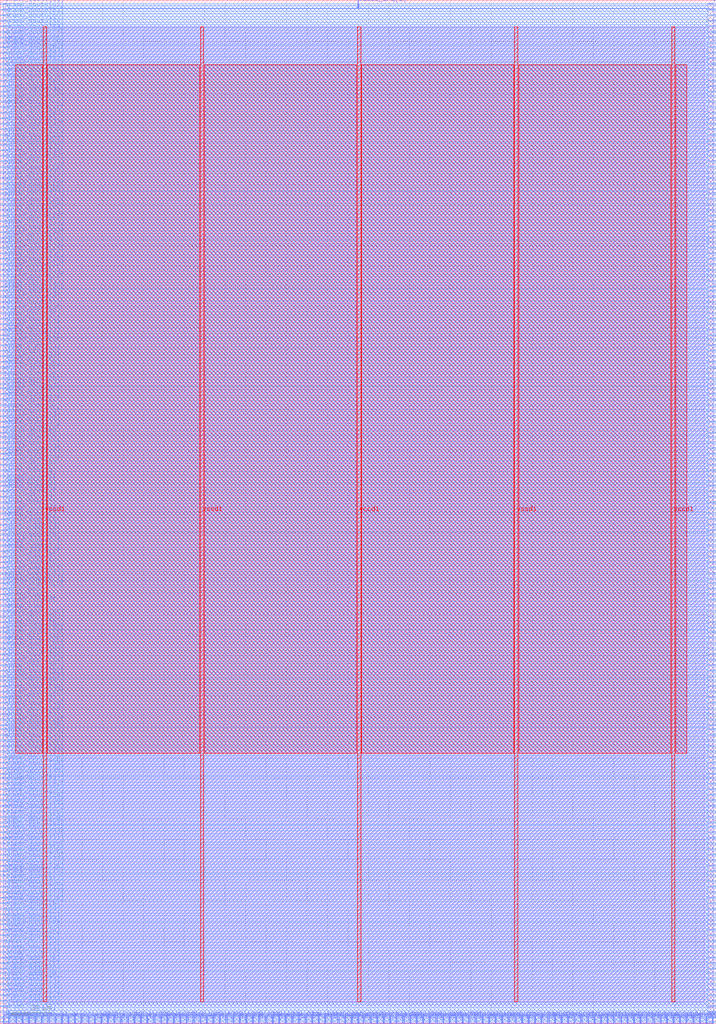
<source format=lef>
VERSION 5.7 ;
  NOWIREEXTENSIONATPIN ON ;
  DIVIDERCHAR "/" ;
  BUSBITCHARS "[]" ;
MACRO Video
  CLASS BLOCK ;
  FOREIGN Video ;
  ORIGIN 0.000 0.000 ;
  SIZE 350.000 BY 500.000 ;
  PIN sram0_addr0[0]
    DIRECTION OUTPUT TRISTATE ;
    USE SIGNAL ;
    PORT
      LAYER met3 ;
        RECT 0.000 222.400 4.000 223.000 ;
    END
  END sram0_addr0[0]
  PIN sram0_addr0[1]
    DIRECTION OUTPUT TRISTATE ;
    USE SIGNAL ;
    PORT
      LAYER met3 ;
        RECT 0.000 225.120 4.000 225.720 ;
    END
  END sram0_addr0[1]
  PIN sram0_addr0[2]
    DIRECTION OUTPUT TRISTATE ;
    USE SIGNAL ;
    PORT
      LAYER met3 ;
        RECT 0.000 227.840 4.000 228.440 ;
    END
  END sram0_addr0[2]
  PIN sram0_addr0[3]
    DIRECTION OUTPUT TRISTATE ;
    USE SIGNAL ;
    PORT
      LAYER met3 ;
        RECT 0.000 230.560 4.000 231.160 ;
    END
  END sram0_addr0[3]
  PIN sram0_addr0[4]
    DIRECTION OUTPUT TRISTATE ;
    USE SIGNAL ;
    PORT
      LAYER met3 ;
        RECT 0.000 233.280 4.000 233.880 ;
    END
  END sram0_addr0[4]
  PIN sram0_addr0[5]
    DIRECTION OUTPUT TRISTATE ;
    USE SIGNAL ;
    PORT
      LAYER met3 ;
        RECT 0.000 236.000 4.000 236.600 ;
    END
  END sram0_addr0[5]
  PIN sram0_addr0[6]
    DIRECTION OUTPUT TRISTATE ;
    USE SIGNAL ;
    PORT
      LAYER met3 ;
        RECT 0.000 238.720 4.000 239.320 ;
    END
  END sram0_addr0[6]
  PIN sram0_addr0[7]
    DIRECTION OUTPUT TRISTATE ;
    USE SIGNAL ;
    PORT
      LAYER met3 ;
        RECT 0.000 240.760 4.000 241.360 ;
    END
  END sram0_addr0[7]
  PIN sram0_addr0[8]
    DIRECTION OUTPUT TRISTATE ;
    USE SIGNAL ;
    PORT
      LAYER met3 ;
        RECT 0.000 243.480 4.000 244.080 ;
    END
  END sram0_addr0[8]
  PIN sram0_addr1[0]
    DIRECTION OUTPUT TRISTATE ;
    USE SIGNAL ;
    PORT
      LAYER met3 ;
        RECT 0.000 8.200 4.000 8.800 ;
    END
  END sram0_addr1[0]
  PIN sram0_addr1[1]
    DIRECTION OUTPUT TRISTATE ;
    USE SIGNAL ;
    PORT
      LAYER met3 ;
        RECT 0.000 10.920 4.000 11.520 ;
    END
  END sram0_addr1[1]
  PIN sram0_addr1[2]
    DIRECTION OUTPUT TRISTATE ;
    USE SIGNAL ;
    PORT
      LAYER met3 ;
        RECT 0.000 13.640 4.000 14.240 ;
    END
  END sram0_addr1[2]
  PIN sram0_addr1[3]
    DIRECTION OUTPUT TRISTATE ;
    USE SIGNAL ;
    PORT
      LAYER met3 ;
        RECT 0.000 16.360 4.000 16.960 ;
    END
  END sram0_addr1[3]
  PIN sram0_addr1[4]
    DIRECTION OUTPUT TRISTATE ;
    USE SIGNAL ;
    PORT
      LAYER met3 ;
        RECT 0.000 19.080 4.000 19.680 ;
    END
  END sram0_addr1[4]
  PIN sram0_addr1[5]
    DIRECTION OUTPUT TRISTATE ;
    USE SIGNAL ;
    PORT
      LAYER met3 ;
        RECT 0.000 21.800 4.000 22.400 ;
    END
  END sram0_addr1[5]
  PIN sram0_addr1[6]
    DIRECTION OUTPUT TRISTATE ;
    USE SIGNAL ;
    PORT
      LAYER met3 ;
        RECT 0.000 24.520 4.000 25.120 ;
    END
  END sram0_addr1[6]
  PIN sram0_addr1[7]
    DIRECTION OUTPUT TRISTATE ;
    USE SIGNAL ;
    PORT
      LAYER met3 ;
        RECT 0.000 26.560 4.000 27.160 ;
    END
  END sram0_addr1[7]
  PIN sram0_addr1[8]
    DIRECTION OUTPUT TRISTATE ;
    USE SIGNAL ;
    PORT
      LAYER met3 ;
        RECT 0.000 29.280 4.000 29.880 ;
    END
  END sram0_addr1[8]
  PIN sram0_clk0
    DIRECTION OUTPUT TRISTATE ;
    USE SIGNAL ;
    PORT
      LAYER met3 ;
        RECT 0.000 201.320 4.000 201.920 ;
    END
  END sram0_clk0
  PIN sram0_clk1
    DIRECTION OUTPUT TRISTATE ;
    USE SIGNAL ;
    PORT
      LAYER met3 ;
        RECT 0.000 0.720 4.000 1.320 ;
    END
  END sram0_clk1
  PIN sram0_csb0[0]
    DIRECTION OUTPUT TRISTATE ;
    USE SIGNAL ;
    PORT
      LAYER met3 ;
        RECT 0.000 204.040 4.000 204.640 ;
    END
  END sram0_csb0[0]
  PIN sram0_csb0[1]
    DIRECTION OUTPUT TRISTATE ;
    USE SIGNAL ;
    PORT
      LAYER met3 ;
        RECT 0.000 206.760 4.000 207.360 ;
    END
  END sram0_csb0[1]
  PIN sram0_csb1[0]
    DIRECTION OUTPUT TRISTATE ;
    USE SIGNAL ;
    PORT
      LAYER met3 ;
        RECT 0.000 2.760 4.000 3.360 ;
    END
  END sram0_csb1[0]
  PIN sram0_csb1[1]
    DIRECTION OUTPUT TRISTATE ;
    USE SIGNAL ;
    PORT
      LAYER met3 ;
        RECT 0.000 5.480 4.000 6.080 ;
    END
  END sram0_csb1[1]
  PIN sram0_din0[0]
    DIRECTION OUTPUT TRISTATE ;
    USE SIGNAL ;
    PORT
      LAYER met3 ;
        RECT 0.000 246.200 4.000 246.800 ;
    END
  END sram0_din0[0]
  PIN sram0_din0[10]
    DIRECTION OUTPUT TRISTATE ;
    USE SIGNAL ;
    PORT
      LAYER met3 ;
        RECT 0.000 272.720 4.000 273.320 ;
    END
  END sram0_din0[10]
  PIN sram0_din0[11]
    DIRECTION OUTPUT TRISTATE ;
    USE SIGNAL ;
    PORT
      LAYER met3 ;
        RECT 0.000 275.440 4.000 276.040 ;
    END
  END sram0_din0[11]
  PIN sram0_din0[12]
    DIRECTION OUTPUT TRISTATE ;
    USE SIGNAL ;
    PORT
      LAYER met3 ;
        RECT 0.000 278.160 4.000 278.760 ;
    END
  END sram0_din0[12]
  PIN sram0_din0[13]
    DIRECTION OUTPUT TRISTATE ;
    USE SIGNAL ;
    PORT
      LAYER met3 ;
        RECT 0.000 280.880 4.000 281.480 ;
    END
  END sram0_din0[13]
  PIN sram0_din0[14]
    DIRECTION OUTPUT TRISTATE ;
    USE SIGNAL ;
    PORT
      LAYER met3 ;
        RECT 0.000 283.600 4.000 284.200 ;
    END
  END sram0_din0[14]
  PIN sram0_din0[15]
    DIRECTION OUTPUT TRISTATE ;
    USE SIGNAL ;
    PORT
      LAYER met3 ;
        RECT 0.000 286.320 4.000 286.920 ;
    END
  END sram0_din0[15]
  PIN sram0_din0[16]
    DIRECTION OUTPUT TRISTATE ;
    USE SIGNAL ;
    PORT
      LAYER met3 ;
        RECT 0.000 288.360 4.000 288.960 ;
    END
  END sram0_din0[16]
  PIN sram0_din0[17]
    DIRECTION OUTPUT TRISTATE ;
    USE SIGNAL ;
    PORT
      LAYER met3 ;
        RECT 0.000 291.080 4.000 291.680 ;
    END
  END sram0_din0[17]
  PIN sram0_din0[18]
    DIRECTION OUTPUT TRISTATE ;
    USE SIGNAL ;
    PORT
      LAYER met3 ;
        RECT 0.000 293.800 4.000 294.400 ;
    END
  END sram0_din0[18]
  PIN sram0_din0[19]
    DIRECTION OUTPUT TRISTATE ;
    USE SIGNAL ;
    PORT
      LAYER met3 ;
        RECT 0.000 296.520 4.000 297.120 ;
    END
  END sram0_din0[19]
  PIN sram0_din0[1]
    DIRECTION OUTPUT TRISTATE ;
    USE SIGNAL ;
    PORT
      LAYER met3 ;
        RECT 0.000 248.920 4.000 249.520 ;
    END
  END sram0_din0[1]
  PIN sram0_din0[20]
    DIRECTION OUTPUT TRISTATE ;
    USE SIGNAL ;
    PORT
      LAYER met3 ;
        RECT 0.000 299.240 4.000 299.840 ;
    END
  END sram0_din0[20]
  PIN sram0_din0[21]
    DIRECTION OUTPUT TRISTATE ;
    USE SIGNAL ;
    PORT
      LAYER met3 ;
        RECT 0.000 301.960 4.000 302.560 ;
    END
  END sram0_din0[21]
  PIN sram0_din0[22]
    DIRECTION OUTPUT TRISTATE ;
    USE SIGNAL ;
    PORT
      LAYER met3 ;
        RECT 0.000 304.680 4.000 305.280 ;
    END
  END sram0_din0[22]
  PIN sram0_din0[23]
    DIRECTION OUTPUT TRISTATE ;
    USE SIGNAL ;
    PORT
      LAYER met3 ;
        RECT 0.000 307.400 4.000 308.000 ;
    END
  END sram0_din0[23]
  PIN sram0_din0[24]
    DIRECTION OUTPUT TRISTATE ;
    USE SIGNAL ;
    PORT
      LAYER met3 ;
        RECT 0.000 310.120 4.000 310.720 ;
    END
  END sram0_din0[24]
  PIN sram0_din0[25]
    DIRECTION OUTPUT TRISTATE ;
    USE SIGNAL ;
    PORT
      LAYER met3 ;
        RECT 0.000 312.160 4.000 312.760 ;
    END
  END sram0_din0[25]
  PIN sram0_din0[26]
    DIRECTION OUTPUT TRISTATE ;
    USE SIGNAL ;
    PORT
      LAYER met3 ;
        RECT 0.000 314.880 4.000 315.480 ;
    END
  END sram0_din0[26]
  PIN sram0_din0[27]
    DIRECTION OUTPUT TRISTATE ;
    USE SIGNAL ;
    PORT
      LAYER met3 ;
        RECT 0.000 317.600 4.000 318.200 ;
    END
  END sram0_din0[27]
  PIN sram0_din0[28]
    DIRECTION OUTPUT TRISTATE ;
    USE SIGNAL ;
    PORT
      LAYER met3 ;
        RECT 0.000 320.320 4.000 320.920 ;
    END
  END sram0_din0[28]
  PIN sram0_din0[29]
    DIRECTION OUTPUT TRISTATE ;
    USE SIGNAL ;
    PORT
      LAYER met3 ;
        RECT 0.000 323.040 4.000 323.640 ;
    END
  END sram0_din0[29]
  PIN sram0_din0[2]
    DIRECTION OUTPUT TRISTATE ;
    USE SIGNAL ;
    PORT
      LAYER met3 ;
        RECT 0.000 251.640 4.000 252.240 ;
    END
  END sram0_din0[2]
  PIN sram0_din0[30]
    DIRECTION OUTPUT TRISTATE ;
    USE SIGNAL ;
    PORT
      LAYER met3 ;
        RECT 0.000 325.760 4.000 326.360 ;
    END
  END sram0_din0[30]
  PIN sram0_din0[31]
    DIRECTION OUTPUT TRISTATE ;
    USE SIGNAL ;
    PORT
      LAYER met3 ;
        RECT 0.000 328.480 4.000 329.080 ;
    END
  END sram0_din0[31]
  PIN sram0_din0[3]
    DIRECTION OUTPUT TRISTATE ;
    USE SIGNAL ;
    PORT
      LAYER met3 ;
        RECT 0.000 254.360 4.000 254.960 ;
    END
  END sram0_din0[3]
  PIN sram0_din0[4]
    DIRECTION OUTPUT TRISTATE ;
    USE SIGNAL ;
    PORT
      LAYER met3 ;
        RECT 0.000 257.080 4.000 257.680 ;
    END
  END sram0_din0[4]
  PIN sram0_din0[5]
    DIRECTION OUTPUT TRISTATE ;
    USE SIGNAL ;
    PORT
      LAYER met3 ;
        RECT 0.000 259.800 4.000 260.400 ;
    END
  END sram0_din0[5]
  PIN sram0_din0[6]
    DIRECTION OUTPUT TRISTATE ;
    USE SIGNAL ;
    PORT
      LAYER met3 ;
        RECT 0.000 262.520 4.000 263.120 ;
    END
  END sram0_din0[6]
  PIN sram0_din0[7]
    DIRECTION OUTPUT TRISTATE ;
    USE SIGNAL ;
    PORT
      LAYER met3 ;
        RECT 0.000 264.560 4.000 265.160 ;
    END
  END sram0_din0[7]
  PIN sram0_din0[8]
    DIRECTION OUTPUT TRISTATE ;
    USE SIGNAL ;
    PORT
      LAYER met3 ;
        RECT 0.000 267.280 4.000 267.880 ;
    END
  END sram0_din0[8]
  PIN sram0_din0[9]
    DIRECTION OUTPUT TRISTATE ;
    USE SIGNAL ;
    PORT
      LAYER met3 ;
        RECT 0.000 270.000 4.000 270.600 ;
    END
  END sram0_din0[9]
  PIN sram0_dout0[0]
    DIRECTION INPUT ;
    USE SIGNAL ;
    PORT
      LAYER met3 ;
        RECT 0.000 331.200 4.000 331.800 ;
    END
  END sram0_dout0[0]
  PIN sram0_dout0[10]
    DIRECTION INPUT ;
    USE SIGNAL ;
    PORT
      LAYER met3 ;
        RECT 0.000 357.720 4.000 358.320 ;
    END
  END sram0_dout0[10]
  PIN sram0_dout0[11]
    DIRECTION INPUT ;
    USE SIGNAL ;
    PORT
      LAYER met3 ;
        RECT 0.000 359.760 4.000 360.360 ;
    END
  END sram0_dout0[11]
  PIN sram0_dout0[12]
    DIRECTION INPUT ;
    USE SIGNAL ;
    PORT
      LAYER met3 ;
        RECT 0.000 362.480 4.000 363.080 ;
    END
  END sram0_dout0[12]
  PIN sram0_dout0[13]
    DIRECTION INPUT ;
    USE SIGNAL ;
    PORT
      LAYER met3 ;
        RECT 0.000 365.200 4.000 365.800 ;
    END
  END sram0_dout0[13]
  PIN sram0_dout0[14]
    DIRECTION INPUT ;
    USE SIGNAL ;
    PORT
      LAYER met3 ;
        RECT 0.000 367.920 4.000 368.520 ;
    END
  END sram0_dout0[14]
  PIN sram0_dout0[15]
    DIRECTION INPUT ;
    USE SIGNAL ;
    PORT
      LAYER met3 ;
        RECT 0.000 370.640 4.000 371.240 ;
    END
  END sram0_dout0[15]
  PIN sram0_dout0[16]
    DIRECTION INPUT ;
    USE SIGNAL ;
    PORT
      LAYER met3 ;
        RECT 0.000 373.360 4.000 373.960 ;
    END
  END sram0_dout0[16]
  PIN sram0_dout0[17]
    DIRECTION INPUT ;
    USE SIGNAL ;
    PORT
      LAYER met3 ;
        RECT 0.000 376.080 4.000 376.680 ;
    END
  END sram0_dout0[17]
  PIN sram0_dout0[18]
    DIRECTION INPUT ;
    USE SIGNAL ;
    PORT
      LAYER met3 ;
        RECT 0.000 378.800 4.000 379.400 ;
    END
  END sram0_dout0[18]
  PIN sram0_dout0[19]
    DIRECTION INPUT ;
    USE SIGNAL ;
    PORT
      LAYER met3 ;
        RECT 0.000 381.520 4.000 382.120 ;
    END
  END sram0_dout0[19]
  PIN sram0_dout0[1]
    DIRECTION INPUT ;
    USE SIGNAL ;
    PORT
      LAYER met3 ;
        RECT 0.000 333.920 4.000 334.520 ;
    END
  END sram0_dout0[1]
  PIN sram0_dout0[20]
    DIRECTION INPUT ;
    USE SIGNAL ;
    PORT
      LAYER met3 ;
        RECT 0.000 383.560 4.000 384.160 ;
    END
  END sram0_dout0[20]
  PIN sram0_dout0[21]
    DIRECTION INPUT ;
    USE SIGNAL ;
    PORT
      LAYER met3 ;
        RECT 0.000 386.280 4.000 386.880 ;
    END
  END sram0_dout0[21]
  PIN sram0_dout0[22]
    DIRECTION INPUT ;
    USE SIGNAL ;
    PORT
      LAYER met3 ;
        RECT 0.000 389.000 4.000 389.600 ;
    END
  END sram0_dout0[22]
  PIN sram0_dout0[23]
    DIRECTION INPUT ;
    USE SIGNAL ;
    PORT
      LAYER met3 ;
        RECT 0.000 391.720 4.000 392.320 ;
    END
  END sram0_dout0[23]
  PIN sram0_dout0[24]
    DIRECTION INPUT ;
    USE SIGNAL ;
    PORT
      LAYER met3 ;
        RECT 0.000 394.440 4.000 395.040 ;
    END
  END sram0_dout0[24]
  PIN sram0_dout0[25]
    DIRECTION INPUT ;
    USE SIGNAL ;
    PORT
      LAYER met3 ;
        RECT 0.000 397.160 4.000 397.760 ;
    END
  END sram0_dout0[25]
  PIN sram0_dout0[26]
    DIRECTION INPUT ;
    USE SIGNAL ;
    PORT
      LAYER met3 ;
        RECT 0.000 399.880 4.000 400.480 ;
    END
  END sram0_dout0[26]
  PIN sram0_dout0[27]
    DIRECTION INPUT ;
    USE SIGNAL ;
    PORT
      LAYER met3 ;
        RECT 0.000 402.600 4.000 403.200 ;
    END
  END sram0_dout0[27]
  PIN sram0_dout0[28]
    DIRECTION INPUT ;
    USE SIGNAL ;
    PORT
      LAYER met3 ;
        RECT 0.000 405.320 4.000 405.920 ;
    END
  END sram0_dout0[28]
  PIN sram0_dout0[29]
    DIRECTION INPUT ;
    USE SIGNAL ;
    PORT
      LAYER met3 ;
        RECT 0.000 407.360 4.000 407.960 ;
    END
  END sram0_dout0[29]
  PIN sram0_dout0[2]
    DIRECTION INPUT ;
    USE SIGNAL ;
    PORT
      LAYER met3 ;
        RECT 0.000 335.960 4.000 336.560 ;
    END
  END sram0_dout0[2]
  PIN sram0_dout0[30]
    DIRECTION INPUT ;
    USE SIGNAL ;
    PORT
      LAYER met3 ;
        RECT 0.000 410.080 4.000 410.680 ;
    END
  END sram0_dout0[30]
  PIN sram0_dout0[31]
    DIRECTION INPUT ;
    USE SIGNAL ;
    PORT
      LAYER met3 ;
        RECT 0.000 412.800 4.000 413.400 ;
    END
  END sram0_dout0[31]
  PIN sram0_dout0[32]
    DIRECTION INPUT ;
    USE SIGNAL ;
    PORT
      LAYER met3 ;
        RECT 0.000 415.520 4.000 416.120 ;
    END
  END sram0_dout0[32]
  PIN sram0_dout0[33]
    DIRECTION INPUT ;
    USE SIGNAL ;
    PORT
      LAYER met3 ;
        RECT 0.000 418.240 4.000 418.840 ;
    END
  END sram0_dout0[33]
  PIN sram0_dout0[34]
    DIRECTION INPUT ;
    USE SIGNAL ;
    PORT
      LAYER met3 ;
        RECT 0.000 420.960 4.000 421.560 ;
    END
  END sram0_dout0[34]
  PIN sram0_dout0[35]
    DIRECTION INPUT ;
    USE SIGNAL ;
    PORT
      LAYER met3 ;
        RECT 0.000 423.680 4.000 424.280 ;
    END
  END sram0_dout0[35]
  PIN sram0_dout0[36]
    DIRECTION INPUT ;
    USE SIGNAL ;
    PORT
      LAYER met3 ;
        RECT 0.000 426.400 4.000 427.000 ;
    END
  END sram0_dout0[36]
  PIN sram0_dout0[37]
    DIRECTION INPUT ;
    USE SIGNAL ;
    PORT
      LAYER met3 ;
        RECT 0.000 429.120 4.000 429.720 ;
    END
  END sram0_dout0[37]
  PIN sram0_dout0[38]
    DIRECTION INPUT ;
    USE SIGNAL ;
    PORT
      LAYER met3 ;
        RECT 0.000 431.160 4.000 431.760 ;
    END
  END sram0_dout0[38]
  PIN sram0_dout0[39]
    DIRECTION INPUT ;
    USE SIGNAL ;
    PORT
      LAYER met3 ;
        RECT 0.000 433.880 4.000 434.480 ;
    END
  END sram0_dout0[39]
  PIN sram0_dout0[3]
    DIRECTION INPUT ;
    USE SIGNAL ;
    PORT
      LAYER met3 ;
        RECT 0.000 338.680 4.000 339.280 ;
    END
  END sram0_dout0[3]
  PIN sram0_dout0[40]
    DIRECTION INPUT ;
    USE SIGNAL ;
    PORT
      LAYER met3 ;
        RECT 0.000 436.600 4.000 437.200 ;
    END
  END sram0_dout0[40]
  PIN sram0_dout0[41]
    DIRECTION INPUT ;
    USE SIGNAL ;
    PORT
      LAYER met3 ;
        RECT 0.000 439.320 4.000 439.920 ;
    END
  END sram0_dout0[41]
  PIN sram0_dout0[42]
    DIRECTION INPUT ;
    USE SIGNAL ;
    PORT
      LAYER met3 ;
        RECT 0.000 442.040 4.000 442.640 ;
    END
  END sram0_dout0[42]
  PIN sram0_dout0[43]
    DIRECTION INPUT ;
    USE SIGNAL ;
    PORT
      LAYER met3 ;
        RECT 0.000 444.760 4.000 445.360 ;
    END
  END sram0_dout0[43]
  PIN sram0_dout0[44]
    DIRECTION INPUT ;
    USE SIGNAL ;
    PORT
      LAYER met3 ;
        RECT 0.000 447.480 4.000 448.080 ;
    END
  END sram0_dout0[44]
  PIN sram0_dout0[45]
    DIRECTION INPUT ;
    USE SIGNAL ;
    PORT
      LAYER met3 ;
        RECT 0.000 450.200 4.000 450.800 ;
    END
  END sram0_dout0[45]
  PIN sram0_dout0[46]
    DIRECTION INPUT ;
    USE SIGNAL ;
    PORT
      LAYER met3 ;
        RECT 0.000 452.920 4.000 453.520 ;
    END
  END sram0_dout0[46]
  PIN sram0_dout0[47]
    DIRECTION INPUT ;
    USE SIGNAL ;
    PORT
      LAYER met3 ;
        RECT 0.000 454.960 4.000 455.560 ;
    END
  END sram0_dout0[47]
  PIN sram0_dout0[48]
    DIRECTION INPUT ;
    USE SIGNAL ;
    PORT
      LAYER met3 ;
        RECT 0.000 457.680 4.000 458.280 ;
    END
  END sram0_dout0[48]
  PIN sram0_dout0[49]
    DIRECTION INPUT ;
    USE SIGNAL ;
    PORT
      LAYER met3 ;
        RECT 0.000 460.400 4.000 461.000 ;
    END
  END sram0_dout0[49]
  PIN sram0_dout0[4]
    DIRECTION INPUT ;
    USE SIGNAL ;
    PORT
      LAYER met3 ;
        RECT 0.000 341.400 4.000 342.000 ;
    END
  END sram0_dout0[4]
  PIN sram0_dout0[50]
    DIRECTION INPUT ;
    USE SIGNAL ;
    PORT
      LAYER met3 ;
        RECT 0.000 463.120 4.000 463.720 ;
    END
  END sram0_dout0[50]
  PIN sram0_dout0[51]
    DIRECTION INPUT ;
    USE SIGNAL ;
    PORT
      LAYER met3 ;
        RECT 0.000 465.840 4.000 466.440 ;
    END
  END sram0_dout0[51]
  PIN sram0_dout0[52]
    DIRECTION INPUT ;
    USE SIGNAL ;
    PORT
      LAYER met3 ;
        RECT 0.000 468.560 4.000 469.160 ;
    END
  END sram0_dout0[52]
  PIN sram0_dout0[53]
    DIRECTION INPUT ;
    USE SIGNAL ;
    PORT
      LAYER met3 ;
        RECT 0.000 471.280 4.000 471.880 ;
    END
  END sram0_dout0[53]
  PIN sram0_dout0[54]
    DIRECTION INPUT ;
    USE SIGNAL ;
    PORT
      LAYER met3 ;
        RECT 0.000 474.000 4.000 474.600 ;
    END
  END sram0_dout0[54]
  PIN sram0_dout0[55]
    DIRECTION INPUT ;
    USE SIGNAL ;
    PORT
      LAYER met3 ;
        RECT 0.000 476.720 4.000 477.320 ;
    END
  END sram0_dout0[55]
  PIN sram0_dout0[56]
    DIRECTION INPUT ;
    USE SIGNAL ;
    PORT
      LAYER met3 ;
        RECT 0.000 478.760 4.000 479.360 ;
    END
  END sram0_dout0[56]
  PIN sram0_dout0[57]
    DIRECTION INPUT ;
    USE SIGNAL ;
    PORT
      LAYER met3 ;
        RECT 0.000 481.480 4.000 482.080 ;
    END
  END sram0_dout0[57]
  PIN sram0_dout0[58]
    DIRECTION INPUT ;
    USE SIGNAL ;
    PORT
      LAYER met3 ;
        RECT 0.000 484.200 4.000 484.800 ;
    END
  END sram0_dout0[58]
  PIN sram0_dout0[59]
    DIRECTION INPUT ;
    USE SIGNAL ;
    PORT
      LAYER met3 ;
        RECT 0.000 486.920 4.000 487.520 ;
    END
  END sram0_dout0[59]
  PIN sram0_dout0[5]
    DIRECTION INPUT ;
    USE SIGNAL ;
    PORT
      LAYER met3 ;
        RECT 0.000 344.120 4.000 344.720 ;
    END
  END sram0_dout0[5]
  PIN sram0_dout0[60]
    DIRECTION INPUT ;
    USE SIGNAL ;
    PORT
      LAYER met3 ;
        RECT 0.000 489.640 4.000 490.240 ;
    END
  END sram0_dout0[60]
  PIN sram0_dout0[61]
    DIRECTION INPUT ;
    USE SIGNAL ;
    PORT
      LAYER met3 ;
        RECT 0.000 492.360 4.000 492.960 ;
    END
  END sram0_dout0[61]
  PIN sram0_dout0[62]
    DIRECTION INPUT ;
    USE SIGNAL ;
    PORT
      LAYER met3 ;
        RECT 0.000 495.080 4.000 495.680 ;
    END
  END sram0_dout0[62]
  PIN sram0_dout0[63]
    DIRECTION INPUT ;
    USE SIGNAL ;
    PORT
      LAYER met3 ;
        RECT 0.000 497.800 4.000 498.400 ;
    END
  END sram0_dout0[63]
  PIN sram0_dout0[6]
    DIRECTION INPUT ;
    USE SIGNAL ;
    PORT
      LAYER met3 ;
        RECT 0.000 346.840 4.000 347.440 ;
    END
  END sram0_dout0[6]
  PIN sram0_dout0[7]
    DIRECTION INPUT ;
    USE SIGNAL ;
    PORT
      LAYER met3 ;
        RECT 0.000 349.560 4.000 350.160 ;
    END
  END sram0_dout0[7]
  PIN sram0_dout0[8]
    DIRECTION INPUT ;
    USE SIGNAL ;
    PORT
      LAYER met3 ;
        RECT 0.000 352.280 4.000 352.880 ;
    END
  END sram0_dout0[8]
  PIN sram0_dout0[9]
    DIRECTION INPUT ;
    USE SIGNAL ;
    PORT
      LAYER met3 ;
        RECT 0.000 355.000 4.000 355.600 ;
    END
  END sram0_dout0[9]
  PIN sram0_dout1[0]
    DIRECTION INPUT ;
    USE SIGNAL ;
    PORT
      LAYER met3 ;
        RECT 0.000 32.000 4.000 32.600 ;
    END
  END sram0_dout1[0]
  PIN sram0_dout1[10]
    DIRECTION INPUT ;
    USE SIGNAL ;
    PORT
      LAYER met3 ;
        RECT 0.000 58.520 4.000 59.120 ;
    END
  END sram0_dout1[10]
  PIN sram0_dout1[11]
    DIRECTION INPUT ;
    USE SIGNAL ;
    PORT
      LAYER met3 ;
        RECT 0.000 61.240 4.000 61.840 ;
    END
  END sram0_dout1[11]
  PIN sram0_dout1[12]
    DIRECTION INPUT ;
    USE SIGNAL ;
    PORT
      LAYER met3 ;
        RECT 0.000 63.960 4.000 64.560 ;
    END
  END sram0_dout1[12]
  PIN sram0_dout1[13]
    DIRECTION INPUT ;
    USE SIGNAL ;
    PORT
      LAYER met3 ;
        RECT 0.000 66.680 4.000 67.280 ;
    END
  END sram0_dout1[13]
  PIN sram0_dout1[14]
    DIRECTION INPUT ;
    USE SIGNAL ;
    PORT
      LAYER met3 ;
        RECT 0.000 69.400 4.000 70.000 ;
    END
  END sram0_dout1[14]
  PIN sram0_dout1[15]
    DIRECTION INPUT ;
    USE SIGNAL ;
    PORT
      LAYER met3 ;
        RECT 0.000 72.120 4.000 72.720 ;
    END
  END sram0_dout1[15]
  PIN sram0_dout1[16]
    DIRECTION INPUT ;
    USE SIGNAL ;
    PORT
      LAYER met3 ;
        RECT 0.000 74.160 4.000 74.760 ;
    END
  END sram0_dout1[16]
  PIN sram0_dout1[17]
    DIRECTION INPUT ;
    USE SIGNAL ;
    PORT
      LAYER met3 ;
        RECT 0.000 76.880 4.000 77.480 ;
    END
  END sram0_dout1[17]
  PIN sram0_dout1[18]
    DIRECTION INPUT ;
    USE SIGNAL ;
    PORT
      LAYER met3 ;
        RECT 0.000 79.600 4.000 80.200 ;
    END
  END sram0_dout1[18]
  PIN sram0_dout1[19]
    DIRECTION INPUT ;
    USE SIGNAL ;
    PORT
      LAYER met3 ;
        RECT 0.000 82.320 4.000 82.920 ;
    END
  END sram0_dout1[19]
  PIN sram0_dout1[1]
    DIRECTION INPUT ;
    USE SIGNAL ;
    PORT
      LAYER met3 ;
        RECT 0.000 34.720 4.000 35.320 ;
    END
  END sram0_dout1[1]
  PIN sram0_dout1[20]
    DIRECTION INPUT ;
    USE SIGNAL ;
    PORT
      LAYER met3 ;
        RECT 0.000 85.040 4.000 85.640 ;
    END
  END sram0_dout1[20]
  PIN sram0_dout1[21]
    DIRECTION INPUT ;
    USE SIGNAL ;
    PORT
      LAYER met3 ;
        RECT 0.000 87.760 4.000 88.360 ;
    END
  END sram0_dout1[21]
  PIN sram0_dout1[22]
    DIRECTION INPUT ;
    USE SIGNAL ;
    PORT
      LAYER met3 ;
        RECT 0.000 90.480 4.000 91.080 ;
    END
  END sram0_dout1[22]
  PIN sram0_dout1[23]
    DIRECTION INPUT ;
    USE SIGNAL ;
    PORT
      LAYER met3 ;
        RECT 0.000 93.200 4.000 93.800 ;
    END
  END sram0_dout1[23]
  PIN sram0_dout1[24]
    DIRECTION INPUT ;
    USE SIGNAL ;
    PORT
      LAYER met3 ;
        RECT 0.000 95.920 4.000 96.520 ;
    END
  END sram0_dout1[24]
  PIN sram0_dout1[25]
    DIRECTION INPUT ;
    USE SIGNAL ;
    PORT
      LAYER met3 ;
        RECT 0.000 97.960 4.000 98.560 ;
    END
  END sram0_dout1[25]
  PIN sram0_dout1[26]
    DIRECTION INPUT ;
    USE SIGNAL ;
    PORT
      LAYER met3 ;
        RECT 0.000 100.680 4.000 101.280 ;
    END
  END sram0_dout1[26]
  PIN sram0_dout1[27]
    DIRECTION INPUT ;
    USE SIGNAL ;
    PORT
      LAYER met3 ;
        RECT 0.000 103.400 4.000 104.000 ;
    END
  END sram0_dout1[27]
  PIN sram0_dout1[28]
    DIRECTION INPUT ;
    USE SIGNAL ;
    PORT
      LAYER met3 ;
        RECT 0.000 106.120 4.000 106.720 ;
    END
  END sram0_dout1[28]
  PIN sram0_dout1[29]
    DIRECTION INPUT ;
    USE SIGNAL ;
    PORT
      LAYER met3 ;
        RECT 0.000 108.840 4.000 109.440 ;
    END
  END sram0_dout1[29]
  PIN sram0_dout1[2]
    DIRECTION INPUT ;
    USE SIGNAL ;
    PORT
      LAYER met3 ;
        RECT 0.000 37.440 4.000 38.040 ;
    END
  END sram0_dout1[2]
  PIN sram0_dout1[30]
    DIRECTION INPUT ;
    USE SIGNAL ;
    PORT
      LAYER met3 ;
        RECT 0.000 111.560 4.000 112.160 ;
    END
  END sram0_dout1[30]
  PIN sram0_dout1[31]
    DIRECTION INPUT ;
    USE SIGNAL ;
    PORT
      LAYER met3 ;
        RECT 0.000 114.280 4.000 114.880 ;
    END
  END sram0_dout1[31]
  PIN sram0_dout1[32]
    DIRECTION INPUT ;
    USE SIGNAL ;
    PORT
      LAYER met3 ;
        RECT 0.000 117.000 4.000 117.600 ;
    END
  END sram0_dout1[32]
  PIN sram0_dout1[33]
    DIRECTION INPUT ;
    USE SIGNAL ;
    PORT
      LAYER met3 ;
        RECT 0.000 119.720 4.000 120.320 ;
    END
  END sram0_dout1[33]
  PIN sram0_dout1[34]
    DIRECTION INPUT ;
    USE SIGNAL ;
    PORT
      LAYER met3 ;
        RECT 0.000 121.760 4.000 122.360 ;
    END
  END sram0_dout1[34]
  PIN sram0_dout1[35]
    DIRECTION INPUT ;
    USE SIGNAL ;
    PORT
      LAYER met3 ;
        RECT 0.000 124.480 4.000 125.080 ;
    END
  END sram0_dout1[35]
  PIN sram0_dout1[36]
    DIRECTION INPUT ;
    USE SIGNAL ;
    PORT
      LAYER met3 ;
        RECT 0.000 127.200 4.000 127.800 ;
    END
  END sram0_dout1[36]
  PIN sram0_dout1[37]
    DIRECTION INPUT ;
    USE SIGNAL ;
    PORT
      LAYER met3 ;
        RECT 0.000 129.920 4.000 130.520 ;
    END
  END sram0_dout1[37]
  PIN sram0_dout1[38]
    DIRECTION INPUT ;
    USE SIGNAL ;
    PORT
      LAYER met3 ;
        RECT 0.000 132.640 4.000 133.240 ;
    END
  END sram0_dout1[38]
  PIN sram0_dout1[39]
    DIRECTION INPUT ;
    USE SIGNAL ;
    PORT
      LAYER met3 ;
        RECT 0.000 135.360 4.000 135.960 ;
    END
  END sram0_dout1[39]
  PIN sram0_dout1[3]
    DIRECTION INPUT ;
    USE SIGNAL ;
    PORT
      LAYER met3 ;
        RECT 0.000 40.160 4.000 40.760 ;
    END
  END sram0_dout1[3]
  PIN sram0_dout1[40]
    DIRECTION INPUT ;
    USE SIGNAL ;
    PORT
      LAYER met3 ;
        RECT 0.000 138.080 4.000 138.680 ;
    END
  END sram0_dout1[40]
  PIN sram0_dout1[41]
    DIRECTION INPUT ;
    USE SIGNAL ;
    PORT
      LAYER met3 ;
        RECT 0.000 140.800 4.000 141.400 ;
    END
  END sram0_dout1[41]
  PIN sram0_dout1[42]
    DIRECTION INPUT ;
    USE SIGNAL ;
    PORT
      LAYER met3 ;
        RECT 0.000 143.520 4.000 144.120 ;
    END
  END sram0_dout1[42]
  PIN sram0_dout1[43]
    DIRECTION INPUT ;
    USE SIGNAL ;
    PORT
      LAYER met3 ;
        RECT 0.000 145.560 4.000 146.160 ;
    END
  END sram0_dout1[43]
  PIN sram0_dout1[44]
    DIRECTION INPUT ;
    USE SIGNAL ;
    PORT
      LAYER met3 ;
        RECT 0.000 148.280 4.000 148.880 ;
    END
  END sram0_dout1[44]
  PIN sram0_dout1[45]
    DIRECTION INPUT ;
    USE SIGNAL ;
    PORT
      LAYER met3 ;
        RECT 0.000 151.000 4.000 151.600 ;
    END
  END sram0_dout1[45]
  PIN sram0_dout1[46]
    DIRECTION INPUT ;
    USE SIGNAL ;
    PORT
      LAYER met3 ;
        RECT 0.000 153.720 4.000 154.320 ;
    END
  END sram0_dout1[46]
  PIN sram0_dout1[47]
    DIRECTION INPUT ;
    USE SIGNAL ;
    PORT
      LAYER met3 ;
        RECT 0.000 156.440 4.000 157.040 ;
    END
  END sram0_dout1[47]
  PIN sram0_dout1[48]
    DIRECTION INPUT ;
    USE SIGNAL ;
    PORT
      LAYER met3 ;
        RECT 0.000 159.160 4.000 159.760 ;
    END
  END sram0_dout1[48]
  PIN sram0_dout1[49]
    DIRECTION INPUT ;
    USE SIGNAL ;
    PORT
      LAYER met3 ;
        RECT 0.000 161.880 4.000 162.480 ;
    END
  END sram0_dout1[49]
  PIN sram0_dout1[4]
    DIRECTION INPUT ;
    USE SIGNAL ;
    PORT
      LAYER met3 ;
        RECT 0.000 42.880 4.000 43.480 ;
    END
  END sram0_dout1[4]
  PIN sram0_dout1[50]
    DIRECTION INPUT ;
    USE SIGNAL ;
    PORT
      LAYER met3 ;
        RECT 0.000 164.600 4.000 165.200 ;
    END
  END sram0_dout1[50]
  PIN sram0_dout1[51]
    DIRECTION INPUT ;
    USE SIGNAL ;
    PORT
      LAYER met3 ;
        RECT 0.000 167.320 4.000 167.920 ;
    END
  END sram0_dout1[51]
  PIN sram0_dout1[52]
    DIRECTION INPUT ;
    USE SIGNAL ;
    PORT
      LAYER met3 ;
        RECT 0.000 169.360 4.000 169.960 ;
    END
  END sram0_dout1[52]
  PIN sram0_dout1[53]
    DIRECTION INPUT ;
    USE SIGNAL ;
    PORT
      LAYER met3 ;
        RECT 0.000 172.080 4.000 172.680 ;
    END
  END sram0_dout1[53]
  PIN sram0_dout1[54]
    DIRECTION INPUT ;
    USE SIGNAL ;
    PORT
      LAYER met3 ;
        RECT 0.000 174.800 4.000 175.400 ;
    END
  END sram0_dout1[54]
  PIN sram0_dout1[55]
    DIRECTION INPUT ;
    USE SIGNAL ;
    PORT
      LAYER met3 ;
        RECT 0.000 177.520 4.000 178.120 ;
    END
  END sram0_dout1[55]
  PIN sram0_dout1[56]
    DIRECTION INPUT ;
    USE SIGNAL ;
    PORT
      LAYER met3 ;
        RECT 0.000 180.240 4.000 180.840 ;
    END
  END sram0_dout1[56]
  PIN sram0_dout1[57]
    DIRECTION INPUT ;
    USE SIGNAL ;
    PORT
      LAYER met3 ;
        RECT 0.000 182.960 4.000 183.560 ;
    END
  END sram0_dout1[57]
  PIN sram0_dout1[58]
    DIRECTION INPUT ;
    USE SIGNAL ;
    PORT
      LAYER met3 ;
        RECT 0.000 185.680 4.000 186.280 ;
    END
  END sram0_dout1[58]
  PIN sram0_dout1[59]
    DIRECTION INPUT ;
    USE SIGNAL ;
    PORT
      LAYER met3 ;
        RECT 0.000 188.400 4.000 189.000 ;
    END
  END sram0_dout1[59]
  PIN sram0_dout1[5]
    DIRECTION INPUT ;
    USE SIGNAL ;
    PORT
      LAYER met3 ;
        RECT 0.000 45.600 4.000 46.200 ;
    END
  END sram0_dout1[5]
  PIN sram0_dout1[60]
    DIRECTION INPUT ;
    USE SIGNAL ;
    PORT
      LAYER met3 ;
        RECT 0.000 191.120 4.000 191.720 ;
    END
  END sram0_dout1[60]
  PIN sram0_dout1[61]
    DIRECTION INPUT ;
    USE SIGNAL ;
    PORT
      LAYER met3 ;
        RECT 0.000 193.160 4.000 193.760 ;
    END
  END sram0_dout1[61]
  PIN sram0_dout1[62]
    DIRECTION INPUT ;
    USE SIGNAL ;
    PORT
      LAYER met3 ;
        RECT 0.000 195.880 4.000 196.480 ;
    END
  END sram0_dout1[62]
  PIN sram0_dout1[63]
    DIRECTION INPUT ;
    USE SIGNAL ;
    PORT
      LAYER met3 ;
        RECT 0.000 198.600 4.000 199.200 ;
    END
  END sram0_dout1[63]
  PIN sram0_dout1[6]
    DIRECTION INPUT ;
    USE SIGNAL ;
    PORT
      LAYER met3 ;
        RECT 0.000 48.320 4.000 48.920 ;
    END
  END sram0_dout1[6]
  PIN sram0_dout1[7]
    DIRECTION INPUT ;
    USE SIGNAL ;
    PORT
      LAYER met3 ;
        RECT 0.000 50.360 4.000 50.960 ;
    END
  END sram0_dout1[7]
  PIN sram0_dout1[8]
    DIRECTION INPUT ;
    USE SIGNAL ;
    PORT
      LAYER met3 ;
        RECT 0.000 53.080 4.000 53.680 ;
    END
  END sram0_dout1[8]
  PIN sram0_dout1[9]
    DIRECTION INPUT ;
    USE SIGNAL ;
    PORT
      LAYER met3 ;
        RECT 0.000 55.800 4.000 56.400 ;
    END
  END sram0_dout1[9]
  PIN sram0_web0
    DIRECTION OUTPUT TRISTATE ;
    USE SIGNAL ;
    PORT
      LAYER met3 ;
        RECT 0.000 209.480 4.000 210.080 ;
    END
  END sram0_web0
  PIN sram0_wmask0[0]
    DIRECTION OUTPUT TRISTATE ;
    USE SIGNAL ;
    PORT
      LAYER met3 ;
        RECT 0.000 212.200 4.000 212.800 ;
    END
  END sram0_wmask0[0]
  PIN sram0_wmask0[1]
    DIRECTION OUTPUT TRISTATE ;
    USE SIGNAL ;
    PORT
      LAYER met3 ;
        RECT 0.000 214.920 4.000 215.520 ;
    END
  END sram0_wmask0[1]
  PIN sram0_wmask0[2]
    DIRECTION OUTPUT TRISTATE ;
    USE SIGNAL ;
    PORT
      LAYER met3 ;
        RECT 0.000 216.960 4.000 217.560 ;
    END
  END sram0_wmask0[2]
  PIN sram0_wmask0[3]
    DIRECTION OUTPUT TRISTATE ;
    USE SIGNAL ;
    PORT
      LAYER met3 ;
        RECT 0.000 219.680 4.000 220.280 ;
    END
  END sram0_wmask0[3]
  PIN sram1_addr0[0]
    DIRECTION OUTPUT TRISTATE ;
    USE SIGNAL ;
    PORT
      LAYER met3 ;
        RECT 346.000 222.400 350.000 223.000 ;
    END
  END sram1_addr0[0]
  PIN sram1_addr0[1]
    DIRECTION OUTPUT TRISTATE ;
    USE SIGNAL ;
    PORT
      LAYER met3 ;
        RECT 346.000 225.120 350.000 225.720 ;
    END
  END sram1_addr0[1]
  PIN sram1_addr0[2]
    DIRECTION OUTPUT TRISTATE ;
    USE SIGNAL ;
    PORT
      LAYER met3 ;
        RECT 346.000 227.840 350.000 228.440 ;
    END
  END sram1_addr0[2]
  PIN sram1_addr0[3]
    DIRECTION OUTPUT TRISTATE ;
    USE SIGNAL ;
    PORT
      LAYER met3 ;
        RECT 346.000 230.560 350.000 231.160 ;
    END
  END sram1_addr0[3]
  PIN sram1_addr0[4]
    DIRECTION OUTPUT TRISTATE ;
    USE SIGNAL ;
    PORT
      LAYER met3 ;
        RECT 346.000 233.280 350.000 233.880 ;
    END
  END sram1_addr0[4]
  PIN sram1_addr0[5]
    DIRECTION OUTPUT TRISTATE ;
    USE SIGNAL ;
    PORT
      LAYER met3 ;
        RECT 346.000 236.000 350.000 236.600 ;
    END
  END sram1_addr0[5]
  PIN sram1_addr0[6]
    DIRECTION OUTPUT TRISTATE ;
    USE SIGNAL ;
    PORT
      LAYER met3 ;
        RECT 346.000 238.720 350.000 239.320 ;
    END
  END sram1_addr0[6]
  PIN sram1_addr0[7]
    DIRECTION OUTPUT TRISTATE ;
    USE SIGNAL ;
    PORT
      LAYER met3 ;
        RECT 346.000 240.760 350.000 241.360 ;
    END
  END sram1_addr0[7]
  PIN sram1_addr0[8]
    DIRECTION OUTPUT TRISTATE ;
    USE SIGNAL ;
    PORT
      LAYER met3 ;
        RECT 346.000 243.480 350.000 244.080 ;
    END
  END sram1_addr0[8]
  PIN sram1_addr1[0]
    DIRECTION OUTPUT TRISTATE ;
    USE SIGNAL ;
    PORT
      LAYER met3 ;
        RECT 346.000 8.200 350.000 8.800 ;
    END
  END sram1_addr1[0]
  PIN sram1_addr1[1]
    DIRECTION OUTPUT TRISTATE ;
    USE SIGNAL ;
    PORT
      LAYER met3 ;
        RECT 346.000 10.920 350.000 11.520 ;
    END
  END sram1_addr1[1]
  PIN sram1_addr1[2]
    DIRECTION OUTPUT TRISTATE ;
    USE SIGNAL ;
    PORT
      LAYER met3 ;
        RECT 346.000 13.640 350.000 14.240 ;
    END
  END sram1_addr1[2]
  PIN sram1_addr1[3]
    DIRECTION OUTPUT TRISTATE ;
    USE SIGNAL ;
    PORT
      LAYER met3 ;
        RECT 346.000 16.360 350.000 16.960 ;
    END
  END sram1_addr1[3]
  PIN sram1_addr1[4]
    DIRECTION OUTPUT TRISTATE ;
    USE SIGNAL ;
    PORT
      LAYER met3 ;
        RECT 346.000 19.080 350.000 19.680 ;
    END
  END sram1_addr1[4]
  PIN sram1_addr1[5]
    DIRECTION OUTPUT TRISTATE ;
    USE SIGNAL ;
    PORT
      LAYER met3 ;
        RECT 346.000 21.800 350.000 22.400 ;
    END
  END sram1_addr1[5]
  PIN sram1_addr1[6]
    DIRECTION OUTPUT TRISTATE ;
    USE SIGNAL ;
    PORT
      LAYER met3 ;
        RECT 346.000 24.520 350.000 25.120 ;
    END
  END sram1_addr1[6]
  PIN sram1_addr1[7]
    DIRECTION OUTPUT TRISTATE ;
    USE SIGNAL ;
    PORT
      LAYER met3 ;
        RECT 346.000 26.560 350.000 27.160 ;
    END
  END sram1_addr1[7]
  PIN sram1_addr1[8]
    DIRECTION OUTPUT TRISTATE ;
    USE SIGNAL ;
    PORT
      LAYER met3 ;
        RECT 346.000 29.280 350.000 29.880 ;
    END
  END sram1_addr1[8]
  PIN sram1_clk0
    DIRECTION OUTPUT TRISTATE ;
    USE SIGNAL ;
    PORT
      LAYER met3 ;
        RECT 346.000 201.320 350.000 201.920 ;
    END
  END sram1_clk0
  PIN sram1_clk1
    DIRECTION OUTPUT TRISTATE ;
    USE SIGNAL ;
    PORT
      LAYER met3 ;
        RECT 346.000 0.720 350.000 1.320 ;
    END
  END sram1_clk1
  PIN sram1_csb0[0]
    DIRECTION OUTPUT TRISTATE ;
    USE SIGNAL ;
    PORT
      LAYER met3 ;
        RECT 346.000 204.040 350.000 204.640 ;
    END
  END sram1_csb0[0]
  PIN sram1_csb0[1]
    DIRECTION OUTPUT TRISTATE ;
    USE SIGNAL ;
    PORT
      LAYER met3 ;
        RECT 346.000 206.760 350.000 207.360 ;
    END
  END sram1_csb0[1]
  PIN sram1_csb1[0]
    DIRECTION OUTPUT TRISTATE ;
    USE SIGNAL ;
    PORT
      LAYER met3 ;
        RECT 346.000 2.760 350.000 3.360 ;
    END
  END sram1_csb1[0]
  PIN sram1_csb1[1]
    DIRECTION OUTPUT TRISTATE ;
    USE SIGNAL ;
    PORT
      LAYER met3 ;
        RECT 346.000 5.480 350.000 6.080 ;
    END
  END sram1_csb1[1]
  PIN sram1_din0[0]
    DIRECTION OUTPUT TRISTATE ;
    USE SIGNAL ;
    PORT
      LAYER met3 ;
        RECT 346.000 246.200 350.000 246.800 ;
    END
  END sram1_din0[0]
  PIN sram1_din0[10]
    DIRECTION OUTPUT TRISTATE ;
    USE SIGNAL ;
    PORT
      LAYER met3 ;
        RECT 346.000 272.720 350.000 273.320 ;
    END
  END sram1_din0[10]
  PIN sram1_din0[11]
    DIRECTION OUTPUT TRISTATE ;
    USE SIGNAL ;
    PORT
      LAYER met3 ;
        RECT 346.000 275.440 350.000 276.040 ;
    END
  END sram1_din0[11]
  PIN sram1_din0[12]
    DIRECTION OUTPUT TRISTATE ;
    USE SIGNAL ;
    PORT
      LAYER met3 ;
        RECT 346.000 278.160 350.000 278.760 ;
    END
  END sram1_din0[12]
  PIN sram1_din0[13]
    DIRECTION OUTPUT TRISTATE ;
    USE SIGNAL ;
    PORT
      LAYER met3 ;
        RECT 346.000 280.880 350.000 281.480 ;
    END
  END sram1_din0[13]
  PIN sram1_din0[14]
    DIRECTION OUTPUT TRISTATE ;
    USE SIGNAL ;
    PORT
      LAYER met3 ;
        RECT 346.000 283.600 350.000 284.200 ;
    END
  END sram1_din0[14]
  PIN sram1_din0[15]
    DIRECTION OUTPUT TRISTATE ;
    USE SIGNAL ;
    PORT
      LAYER met3 ;
        RECT 346.000 286.320 350.000 286.920 ;
    END
  END sram1_din0[15]
  PIN sram1_din0[16]
    DIRECTION OUTPUT TRISTATE ;
    USE SIGNAL ;
    PORT
      LAYER met3 ;
        RECT 346.000 288.360 350.000 288.960 ;
    END
  END sram1_din0[16]
  PIN sram1_din0[17]
    DIRECTION OUTPUT TRISTATE ;
    USE SIGNAL ;
    PORT
      LAYER met3 ;
        RECT 346.000 291.080 350.000 291.680 ;
    END
  END sram1_din0[17]
  PIN sram1_din0[18]
    DIRECTION OUTPUT TRISTATE ;
    USE SIGNAL ;
    PORT
      LAYER met3 ;
        RECT 346.000 293.800 350.000 294.400 ;
    END
  END sram1_din0[18]
  PIN sram1_din0[19]
    DIRECTION OUTPUT TRISTATE ;
    USE SIGNAL ;
    PORT
      LAYER met3 ;
        RECT 346.000 296.520 350.000 297.120 ;
    END
  END sram1_din0[19]
  PIN sram1_din0[1]
    DIRECTION OUTPUT TRISTATE ;
    USE SIGNAL ;
    PORT
      LAYER met3 ;
        RECT 346.000 248.920 350.000 249.520 ;
    END
  END sram1_din0[1]
  PIN sram1_din0[20]
    DIRECTION OUTPUT TRISTATE ;
    USE SIGNAL ;
    PORT
      LAYER met3 ;
        RECT 346.000 299.240 350.000 299.840 ;
    END
  END sram1_din0[20]
  PIN sram1_din0[21]
    DIRECTION OUTPUT TRISTATE ;
    USE SIGNAL ;
    PORT
      LAYER met3 ;
        RECT 346.000 301.960 350.000 302.560 ;
    END
  END sram1_din0[21]
  PIN sram1_din0[22]
    DIRECTION OUTPUT TRISTATE ;
    USE SIGNAL ;
    PORT
      LAYER met3 ;
        RECT 346.000 304.680 350.000 305.280 ;
    END
  END sram1_din0[22]
  PIN sram1_din0[23]
    DIRECTION OUTPUT TRISTATE ;
    USE SIGNAL ;
    PORT
      LAYER met3 ;
        RECT 346.000 307.400 350.000 308.000 ;
    END
  END sram1_din0[23]
  PIN sram1_din0[24]
    DIRECTION OUTPUT TRISTATE ;
    USE SIGNAL ;
    PORT
      LAYER met3 ;
        RECT 346.000 310.120 350.000 310.720 ;
    END
  END sram1_din0[24]
  PIN sram1_din0[25]
    DIRECTION OUTPUT TRISTATE ;
    USE SIGNAL ;
    PORT
      LAYER met3 ;
        RECT 346.000 312.160 350.000 312.760 ;
    END
  END sram1_din0[25]
  PIN sram1_din0[26]
    DIRECTION OUTPUT TRISTATE ;
    USE SIGNAL ;
    PORT
      LAYER met3 ;
        RECT 346.000 314.880 350.000 315.480 ;
    END
  END sram1_din0[26]
  PIN sram1_din0[27]
    DIRECTION OUTPUT TRISTATE ;
    USE SIGNAL ;
    PORT
      LAYER met3 ;
        RECT 346.000 317.600 350.000 318.200 ;
    END
  END sram1_din0[27]
  PIN sram1_din0[28]
    DIRECTION OUTPUT TRISTATE ;
    USE SIGNAL ;
    PORT
      LAYER met3 ;
        RECT 346.000 320.320 350.000 320.920 ;
    END
  END sram1_din0[28]
  PIN sram1_din0[29]
    DIRECTION OUTPUT TRISTATE ;
    USE SIGNAL ;
    PORT
      LAYER met3 ;
        RECT 346.000 323.040 350.000 323.640 ;
    END
  END sram1_din0[29]
  PIN sram1_din0[2]
    DIRECTION OUTPUT TRISTATE ;
    USE SIGNAL ;
    PORT
      LAYER met3 ;
        RECT 346.000 251.640 350.000 252.240 ;
    END
  END sram1_din0[2]
  PIN sram1_din0[30]
    DIRECTION OUTPUT TRISTATE ;
    USE SIGNAL ;
    PORT
      LAYER met3 ;
        RECT 346.000 325.760 350.000 326.360 ;
    END
  END sram1_din0[30]
  PIN sram1_din0[31]
    DIRECTION OUTPUT TRISTATE ;
    USE SIGNAL ;
    PORT
      LAYER met3 ;
        RECT 346.000 328.480 350.000 329.080 ;
    END
  END sram1_din0[31]
  PIN sram1_din0[3]
    DIRECTION OUTPUT TRISTATE ;
    USE SIGNAL ;
    PORT
      LAYER met3 ;
        RECT 346.000 254.360 350.000 254.960 ;
    END
  END sram1_din0[3]
  PIN sram1_din0[4]
    DIRECTION OUTPUT TRISTATE ;
    USE SIGNAL ;
    PORT
      LAYER met3 ;
        RECT 346.000 257.080 350.000 257.680 ;
    END
  END sram1_din0[4]
  PIN sram1_din0[5]
    DIRECTION OUTPUT TRISTATE ;
    USE SIGNAL ;
    PORT
      LAYER met3 ;
        RECT 346.000 259.800 350.000 260.400 ;
    END
  END sram1_din0[5]
  PIN sram1_din0[6]
    DIRECTION OUTPUT TRISTATE ;
    USE SIGNAL ;
    PORT
      LAYER met3 ;
        RECT 346.000 262.520 350.000 263.120 ;
    END
  END sram1_din0[6]
  PIN sram1_din0[7]
    DIRECTION OUTPUT TRISTATE ;
    USE SIGNAL ;
    PORT
      LAYER met3 ;
        RECT 346.000 264.560 350.000 265.160 ;
    END
  END sram1_din0[7]
  PIN sram1_din0[8]
    DIRECTION OUTPUT TRISTATE ;
    USE SIGNAL ;
    PORT
      LAYER met3 ;
        RECT 346.000 267.280 350.000 267.880 ;
    END
  END sram1_din0[8]
  PIN sram1_din0[9]
    DIRECTION OUTPUT TRISTATE ;
    USE SIGNAL ;
    PORT
      LAYER met3 ;
        RECT 346.000 270.000 350.000 270.600 ;
    END
  END sram1_din0[9]
  PIN sram1_dout0[0]
    DIRECTION INPUT ;
    USE SIGNAL ;
    PORT
      LAYER met3 ;
        RECT 346.000 331.200 350.000 331.800 ;
    END
  END sram1_dout0[0]
  PIN sram1_dout0[10]
    DIRECTION INPUT ;
    USE SIGNAL ;
    PORT
      LAYER met3 ;
        RECT 346.000 357.720 350.000 358.320 ;
    END
  END sram1_dout0[10]
  PIN sram1_dout0[11]
    DIRECTION INPUT ;
    USE SIGNAL ;
    PORT
      LAYER met3 ;
        RECT 346.000 359.760 350.000 360.360 ;
    END
  END sram1_dout0[11]
  PIN sram1_dout0[12]
    DIRECTION INPUT ;
    USE SIGNAL ;
    PORT
      LAYER met3 ;
        RECT 346.000 362.480 350.000 363.080 ;
    END
  END sram1_dout0[12]
  PIN sram1_dout0[13]
    DIRECTION INPUT ;
    USE SIGNAL ;
    PORT
      LAYER met3 ;
        RECT 346.000 365.200 350.000 365.800 ;
    END
  END sram1_dout0[13]
  PIN sram1_dout0[14]
    DIRECTION INPUT ;
    USE SIGNAL ;
    PORT
      LAYER met3 ;
        RECT 346.000 367.920 350.000 368.520 ;
    END
  END sram1_dout0[14]
  PIN sram1_dout0[15]
    DIRECTION INPUT ;
    USE SIGNAL ;
    PORT
      LAYER met3 ;
        RECT 346.000 370.640 350.000 371.240 ;
    END
  END sram1_dout0[15]
  PIN sram1_dout0[16]
    DIRECTION INPUT ;
    USE SIGNAL ;
    PORT
      LAYER met3 ;
        RECT 346.000 373.360 350.000 373.960 ;
    END
  END sram1_dout0[16]
  PIN sram1_dout0[17]
    DIRECTION INPUT ;
    USE SIGNAL ;
    PORT
      LAYER met3 ;
        RECT 346.000 376.080 350.000 376.680 ;
    END
  END sram1_dout0[17]
  PIN sram1_dout0[18]
    DIRECTION INPUT ;
    USE SIGNAL ;
    PORT
      LAYER met3 ;
        RECT 346.000 378.800 350.000 379.400 ;
    END
  END sram1_dout0[18]
  PIN sram1_dout0[19]
    DIRECTION INPUT ;
    USE SIGNAL ;
    PORT
      LAYER met3 ;
        RECT 346.000 381.520 350.000 382.120 ;
    END
  END sram1_dout0[19]
  PIN sram1_dout0[1]
    DIRECTION INPUT ;
    USE SIGNAL ;
    PORT
      LAYER met3 ;
        RECT 346.000 333.920 350.000 334.520 ;
    END
  END sram1_dout0[1]
  PIN sram1_dout0[20]
    DIRECTION INPUT ;
    USE SIGNAL ;
    PORT
      LAYER met3 ;
        RECT 346.000 383.560 350.000 384.160 ;
    END
  END sram1_dout0[20]
  PIN sram1_dout0[21]
    DIRECTION INPUT ;
    USE SIGNAL ;
    PORT
      LAYER met3 ;
        RECT 346.000 386.280 350.000 386.880 ;
    END
  END sram1_dout0[21]
  PIN sram1_dout0[22]
    DIRECTION INPUT ;
    USE SIGNAL ;
    PORT
      LAYER met3 ;
        RECT 346.000 389.000 350.000 389.600 ;
    END
  END sram1_dout0[22]
  PIN sram1_dout0[23]
    DIRECTION INPUT ;
    USE SIGNAL ;
    PORT
      LAYER met3 ;
        RECT 346.000 391.720 350.000 392.320 ;
    END
  END sram1_dout0[23]
  PIN sram1_dout0[24]
    DIRECTION INPUT ;
    USE SIGNAL ;
    PORT
      LAYER met3 ;
        RECT 346.000 394.440 350.000 395.040 ;
    END
  END sram1_dout0[24]
  PIN sram1_dout0[25]
    DIRECTION INPUT ;
    USE SIGNAL ;
    PORT
      LAYER met3 ;
        RECT 346.000 397.160 350.000 397.760 ;
    END
  END sram1_dout0[25]
  PIN sram1_dout0[26]
    DIRECTION INPUT ;
    USE SIGNAL ;
    PORT
      LAYER met3 ;
        RECT 346.000 399.880 350.000 400.480 ;
    END
  END sram1_dout0[26]
  PIN sram1_dout0[27]
    DIRECTION INPUT ;
    USE SIGNAL ;
    PORT
      LAYER met3 ;
        RECT 346.000 402.600 350.000 403.200 ;
    END
  END sram1_dout0[27]
  PIN sram1_dout0[28]
    DIRECTION INPUT ;
    USE SIGNAL ;
    PORT
      LAYER met3 ;
        RECT 346.000 405.320 350.000 405.920 ;
    END
  END sram1_dout0[28]
  PIN sram1_dout0[29]
    DIRECTION INPUT ;
    USE SIGNAL ;
    PORT
      LAYER met3 ;
        RECT 346.000 407.360 350.000 407.960 ;
    END
  END sram1_dout0[29]
  PIN sram1_dout0[2]
    DIRECTION INPUT ;
    USE SIGNAL ;
    PORT
      LAYER met3 ;
        RECT 346.000 335.960 350.000 336.560 ;
    END
  END sram1_dout0[2]
  PIN sram1_dout0[30]
    DIRECTION INPUT ;
    USE SIGNAL ;
    PORT
      LAYER met3 ;
        RECT 346.000 410.080 350.000 410.680 ;
    END
  END sram1_dout0[30]
  PIN sram1_dout0[31]
    DIRECTION INPUT ;
    USE SIGNAL ;
    PORT
      LAYER met3 ;
        RECT 346.000 412.800 350.000 413.400 ;
    END
  END sram1_dout0[31]
  PIN sram1_dout0[32]
    DIRECTION INPUT ;
    USE SIGNAL ;
    PORT
      LAYER met3 ;
        RECT 346.000 415.520 350.000 416.120 ;
    END
  END sram1_dout0[32]
  PIN sram1_dout0[33]
    DIRECTION INPUT ;
    USE SIGNAL ;
    PORT
      LAYER met3 ;
        RECT 346.000 418.240 350.000 418.840 ;
    END
  END sram1_dout0[33]
  PIN sram1_dout0[34]
    DIRECTION INPUT ;
    USE SIGNAL ;
    PORT
      LAYER met3 ;
        RECT 346.000 420.960 350.000 421.560 ;
    END
  END sram1_dout0[34]
  PIN sram1_dout0[35]
    DIRECTION INPUT ;
    USE SIGNAL ;
    PORT
      LAYER met3 ;
        RECT 346.000 423.680 350.000 424.280 ;
    END
  END sram1_dout0[35]
  PIN sram1_dout0[36]
    DIRECTION INPUT ;
    USE SIGNAL ;
    PORT
      LAYER met3 ;
        RECT 346.000 426.400 350.000 427.000 ;
    END
  END sram1_dout0[36]
  PIN sram1_dout0[37]
    DIRECTION INPUT ;
    USE SIGNAL ;
    PORT
      LAYER met3 ;
        RECT 346.000 429.120 350.000 429.720 ;
    END
  END sram1_dout0[37]
  PIN sram1_dout0[38]
    DIRECTION INPUT ;
    USE SIGNAL ;
    PORT
      LAYER met3 ;
        RECT 346.000 431.160 350.000 431.760 ;
    END
  END sram1_dout0[38]
  PIN sram1_dout0[39]
    DIRECTION INPUT ;
    USE SIGNAL ;
    PORT
      LAYER met3 ;
        RECT 346.000 433.880 350.000 434.480 ;
    END
  END sram1_dout0[39]
  PIN sram1_dout0[3]
    DIRECTION INPUT ;
    USE SIGNAL ;
    PORT
      LAYER met3 ;
        RECT 346.000 338.680 350.000 339.280 ;
    END
  END sram1_dout0[3]
  PIN sram1_dout0[40]
    DIRECTION INPUT ;
    USE SIGNAL ;
    PORT
      LAYER met3 ;
        RECT 346.000 436.600 350.000 437.200 ;
    END
  END sram1_dout0[40]
  PIN sram1_dout0[41]
    DIRECTION INPUT ;
    USE SIGNAL ;
    PORT
      LAYER met3 ;
        RECT 346.000 439.320 350.000 439.920 ;
    END
  END sram1_dout0[41]
  PIN sram1_dout0[42]
    DIRECTION INPUT ;
    USE SIGNAL ;
    PORT
      LAYER met3 ;
        RECT 346.000 442.040 350.000 442.640 ;
    END
  END sram1_dout0[42]
  PIN sram1_dout0[43]
    DIRECTION INPUT ;
    USE SIGNAL ;
    PORT
      LAYER met3 ;
        RECT 346.000 444.760 350.000 445.360 ;
    END
  END sram1_dout0[43]
  PIN sram1_dout0[44]
    DIRECTION INPUT ;
    USE SIGNAL ;
    PORT
      LAYER met3 ;
        RECT 346.000 447.480 350.000 448.080 ;
    END
  END sram1_dout0[44]
  PIN sram1_dout0[45]
    DIRECTION INPUT ;
    USE SIGNAL ;
    PORT
      LAYER met3 ;
        RECT 346.000 450.200 350.000 450.800 ;
    END
  END sram1_dout0[45]
  PIN sram1_dout0[46]
    DIRECTION INPUT ;
    USE SIGNAL ;
    PORT
      LAYER met3 ;
        RECT 346.000 452.920 350.000 453.520 ;
    END
  END sram1_dout0[46]
  PIN sram1_dout0[47]
    DIRECTION INPUT ;
    USE SIGNAL ;
    PORT
      LAYER met3 ;
        RECT 346.000 454.960 350.000 455.560 ;
    END
  END sram1_dout0[47]
  PIN sram1_dout0[48]
    DIRECTION INPUT ;
    USE SIGNAL ;
    PORT
      LAYER met3 ;
        RECT 346.000 457.680 350.000 458.280 ;
    END
  END sram1_dout0[48]
  PIN sram1_dout0[49]
    DIRECTION INPUT ;
    USE SIGNAL ;
    PORT
      LAYER met3 ;
        RECT 346.000 460.400 350.000 461.000 ;
    END
  END sram1_dout0[49]
  PIN sram1_dout0[4]
    DIRECTION INPUT ;
    USE SIGNAL ;
    PORT
      LAYER met3 ;
        RECT 346.000 341.400 350.000 342.000 ;
    END
  END sram1_dout0[4]
  PIN sram1_dout0[50]
    DIRECTION INPUT ;
    USE SIGNAL ;
    PORT
      LAYER met3 ;
        RECT 346.000 463.120 350.000 463.720 ;
    END
  END sram1_dout0[50]
  PIN sram1_dout0[51]
    DIRECTION INPUT ;
    USE SIGNAL ;
    PORT
      LAYER met3 ;
        RECT 346.000 465.840 350.000 466.440 ;
    END
  END sram1_dout0[51]
  PIN sram1_dout0[52]
    DIRECTION INPUT ;
    USE SIGNAL ;
    PORT
      LAYER met3 ;
        RECT 346.000 468.560 350.000 469.160 ;
    END
  END sram1_dout0[52]
  PIN sram1_dout0[53]
    DIRECTION INPUT ;
    USE SIGNAL ;
    PORT
      LAYER met3 ;
        RECT 346.000 471.280 350.000 471.880 ;
    END
  END sram1_dout0[53]
  PIN sram1_dout0[54]
    DIRECTION INPUT ;
    USE SIGNAL ;
    PORT
      LAYER met3 ;
        RECT 346.000 474.000 350.000 474.600 ;
    END
  END sram1_dout0[54]
  PIN sram1_dout0[55]
    DIRECTION INPUT ;
    USE SIGNAL ;
    PORT
      LAYER met3 ;
        RECT 346.000 476.720 350.000 477.320 ;
    END
  END sram1_dout0[55]
  PIN sram1_dout0[56]
    DIRECTION INPUT ;
    USE SIGNAL ;
    PORT
      LAYER met3 ;
        RECT 346.000 478.760 350.000 479.360 ;
    END
  END sram1_dout0[56]
  PIN sram1_dout0[57]
    DIRECTION INPUT ;
    USE SIGNAL ;
    PORT
      LAYER met3 ;
        RECT 346.000 481.480 350.000 482.080 ;
    END
  END sram1_dout0[57]
  PIN sram1_dout0[58]
    DIRECTION INPUT ;
    USE SIGNAL ;
    PORT
      LAYER met3 ;
        RECT 346.000 484.200 350.000 484.800 ;
    END
  END sram1_dout0[58]
  PIN sram1_dout0[59]
    DIRECTION INPUT ;
    USE SIGNAL ;
    PORT
      LAYER met3 ;
        RECT 346.000 486.920 350.000 487.520 ;
    END
  END sram1_dout0[59]
  PIN sram1_dout0[5]
    DIRECTION INPUT ;
    USE SIGNAL ;
    PORT
      LAYER met3 ;
        RECT 346.000 344.120 350.000 344.720 ;
    END
  END sram1_dout0[5]
  PIN sram1_dout0[60]
    DIRECTION INPUT ;
    USE SIGNAL ;
    PORT
      LAYER met3 ;
        RECT 346.000 489.640 350.000 490.240 ;
    END
  END sram1_dout0[60]
  PIN sram1_dout0[61]
    DIRECTION INPUT ;
    USE SIGNAL ;
    PORT
      LAYER met3 ;
        RECT 346.000 492.360 350.000 492.960 ;
    END
  END sram1_dout0[61]
  PIN sram1_dout0[62]
    DIRECTION INPUT ;
    USE SIGNAL ;
    PORT
      LAYER met3 ;
        RECT 346.000 495.080 350.000 495.680 ;
    END
  END sram1_dout0[62]
  PIN sram1_dout0[63]
    DIRECTION INPUT ;
    USE SIGNAL ;
    PORT
      LAYER met3 ;
        RECT 346.000 497.800 350.000 498.400 ;
    END
  END sram1_dout0[63]
  PIN sram1_dout0[6]
    DIRECTION INPUT ;
    USE SIGNAL ;
    PORT
      LAYER met3 ;
        RECT 346.000 346.840 350.000 347.440 ;
    END
  END sram1_dout0[6]
  PIN sram1_dout0[7]
    DIRECTION INPUT ;
    USE SIGNAL ;
    PORT
      LAYER met3 ;
        RECT 346.000 349.560 350.000 350.160 ;
    END
  END sram1_dout0[7]
  PIN sram1_dout0[8]
    DIRECTION INPUT ;
    USE SIGNAL ;
    PORT
      LAYER met3 ;
        RECT 346.000 352.280 350.000 352.880 ;
    END
  END sram1_dout0[8]
  PIN sram1_dout0[9]
    DIRECTION INPUT ;
    USE SIGNAL ;
    PORT
      LAYER met3 ;
        RECT 346.000 355.000 350.000 355.600 ;
    END
  END sram1_dout0[9]
  PIN sram1_dout1[0]
    DIRECTION INPUT ;
    USE SIGNAL ;
    PORT
      LAYER met3 ;
        RECT 346.000 32.000 350.000 32.600 ;
    END
  END sram1_dout1[0]
  PIN sram1_dout1[10]
    DIRECTION INPUT ;
    USE SIGNAL ;
    PORT
      LAYER met3 ;
        RECT 346.000 58.520 350.000 59.120 ;
    END
  END sram1_dout1[10]
  PIN sram1_dout1[11]
    DIRECTION INPUT ;
    USE SIGNAL ;
    PORT
      LAYER met3 ;
        RECT 346.000 61.240 350.000 61.840 ;
    END
  END sram1_dout1[11]
  PIN sram1_dout1[12]
    DIRECTION INPUT ;
    USE SIGNAL ;
    PORT
      LAYER met3 ;
        RECT 346.000 63.960 350.000 64.560 ;
    END
  END sram1_dout1[12]
  PIN sram1_dout1[13]
    DIRECTION INPUT ;
    USE SIGNAL ;
    PORT
      LAYER met3 ;
        RECT 346.000 66.680 350.000 67.280 ;
    END
  END sram1_dout1[13]
  PIN sram1_dout1[14]
    DIRECTION INPUT ;
    USE SIGNAL ;
    PORT
      LAYER met3 ;
        RECT 346.000 69.400 350.000 70.000 ;
    END
  END sram1_dout1[14]
  PIN sram1_dout1[15]
    DIRECTION INPUT ;
    USE SIGNAL ;
    PORT
      LAYER met3 ;
        RECT 346.000 72.120 350.000 72.720 ;
    END
  END sram1_dout1[15]
  PIN sram1_dout1[16]
    DIRECTION INPUT ;
    USE SIGNAL ;
    PORT
      LAYER met3 ;
        RECT 346.000 74.160 350.000 74.760 ;
    END
  END sram1_dout1[16]
  PIN sram1_dout1[17]
    DIRECTION INPUT ;
    USE SIGNAL ;
    PORT
      LAYER met3 ;
        RECT 346.000 76.880 350.000 77.480 ;
    END
  END sram1_dout1[17]
  PIN sram1_dout1[18]
    DIRECTION INPUT ;
    USE SIGNAL ;
    PORT
      LAYER met3 ;
        RECT 346.000 79.600 350.000 80.200 ;
    END
  END sram1_dout1[18]
  PIN sram1_dout1[19]
    DIRECTION INPUT ;
    USE SIGNAL ;
    PORT
      LAYER met3 ;
        RECT 346.000 82.320 350.000 82.920 ;
    END
  END sram1_dout1[19]
  PIN sram1_dout1[1]
    DIRECTION INPUT ;
    USE SIGNAL ;
    PORT
      LAYER met3 ;
        RECT 346.000 34.720 350.000 35.320 ;
    END
  END sram1_dout1[1]
  PIN sram1_dout1[20]
    DIRECTION INPUT ;
    USE SIGNAL ;
    PORT
      LAYER met3 ;
        RECT 346.000 85.040 350.000 85.640 ;
    END
  END sram1_dout1[20]
  PIN sram1_dout1[21]
    DIRECTION INPUT ;
    USE SIGNAL ;
    PORT
      LAYER met3 ;
        RECT 346.000 87.760 350.000 88.360 ;
    END
  END sram1_dout1[21]
  PIN sram1_dout1[22]
    DIRECTION INPUT ;
    USE SIGNAL ;
    PORT
      LAYER met3 ;
        RECT 346.000 90.480 350.000 91.080 ;
    END
  END sram1_dout1[22]
  PIN sram1_dout1[23]
    DIRECTION INPUT ;
    USE SIGNAL ;
    PORT
      LAYER met3 ;
        RECT 346.000 93.200 350.000 93.800 ;
    END
  END sram1_dout1[23]
  PIN sram1_dout1[24]
    DIRECTION INPUT ;
    USE SIGNAL ;
    PORT
      LAYER met3 ;
        RECT 346.000 95.920 350.000 96.520 ;
    END
  END sram1_dout1[24]
  PIN sram1_dout1[25]
    DIRECTION INPUT ;
    USE SIGNAL ;
    PORT
      LAYER met3 ;
        RECT 346.000 97.960 350.000 98.560 ;
    END
  END sram1_dout1[25]
  PIN sram1_dout1[26]
    DIRECTION INPUT ;
    USE SIGNAL ;
    PORT
      LAYER met3 ;
        RECT 346.000 100.680 350.000 101.280 ;
    END
  END sram1_dout1[26]
  PIN sram1_dout1[27]
    DIRECTION INPUT ;
    USE SIGNAL ;
    PORT
      LAYER met3 ;
        RECT 346.000 103.400 350.000 104.000 ;
    END
  END sram1_dout1[27]
  PIN sram1_dout1[28]
    DIRECTION INPUT ;
    USE SIGNAL ;
    PORT
      LAYER met3 ;
        RECT 346.000 106.120 350.000 106.720 ;
    END
  END sram1_dout1[28]
  PIN sram1_dout1[29]
    DIRECTION INPUT ;
    USE SIGNAL ;
    PORT
      LAYER met3 ;
        RECT 346.000 108.840 350.000 109.440 ;
    END
  END sram1_dout1[29]
  PIN sram1_dout1[2]
    DIRECTION INPUT ;
    USE SIGNAL ;
    PORT
      LAYER met3 ;
        RECT 346.000 37.440 350.000 38.040 ;
    END
  END sram1_dout1[2]
  PIN sram1_dout1[30]
    DIRECTION INPUT ;
    USE SIGNAL ;
    PORT
      LAYER met3 ;
        RECT 346.000 111.560 350.000 112.160 ;
    END
  END sram1_dout1[30]
  PIN sram1_dout1[31]
    DIRECTION INPUT ;
    USE SIGNAL ;
    PORT
      LAYER met3 ;
        RECT 346.000 114.280 350.000 114.880 ;
    END
  END sram1_dout1[31]
  PIN sram1_dout1[32]
    DIRECTION INPUT ;
    USE SIGNAL ;
    PORT
      LAYER met3 ;
        RECT 346.000 117.000 350.000 117.600 ;
    END
  END sram1_dout1[32]
  PIN sram1_dout1[33]
    DIRECTION INPUT ;
    USE SIGNAL ;
    PORT
      LAYER met3 ;
        RECT 346.000 119.720 350.000 120.320 ;
    END
  END sram1_dout1[33]
  PIN sram1_dout1[34]
    DIRECTION INPUT ;
    USE SIGNAL ;
    PORT
      LAYER met3 ;
        RECT 346.000 121.760 350.000 122.360 ;
    END
  END sram1_dout1[34]
  PIN sram1_dout1[35]
    DIRECTION INPUT ;
    USE SIGNAL ;
    PORT
      LAYER met3 ;
        RECT 346.000 124.480 350.000 125.080 ;
    END
  END sram1_dout1[35]
  PIN sram1_dout1[36]
    DIRECTION INPUT ;
    USE SIGNAL ;
    PORT
      LAYER met3 ;
        RECT 346.000 127.200 350.000 127.800 ;
    END
  END sram1_dout1[36]
  PIN sram1_dout1[37]
    DIRECTION INPUT ;
    USE SIGNAL ;
    PORT
      LAYER met3 ;
        RECT 346.000 129.920 350.000 130.520 ;
    END
  END sram1_dout1[37]
  PIN sram1_dout1[38]
    DIRECTION INPUT ;
    USE SIGNAL ;
    PORT
      LAYER met3 ;
        RECT 346.000 132.640 350.000 133.240 ;
    END
  END sram1_dout1[38]
  PIN sram1_dout1[39]
    DIRECTION INPUT ;
    USE SIGNAL ;
    PORT
      LAYER met3 ;
        RECT 346.000 135.360 350.000 135.960 ;
    END
  END sram1_dout1[39]
  PIN sram1_dout1[3]
    DIRECTION INPUT ;
    USE SIGNAL ;
    PORT
      LAYER met3 ;
        RECT 346.000 40.160 350.000 40.760 ;
    END
  END sram1_dout1[3]
  PIN sram1_dout1[40]
    DIRECTION INPUT ;
    USE SIGNAL ;
    PORT
      LAYER met3 ;
        RECT 346.000 138.080 350.000 138.680 ;
    END
  END sram1_dout1[40]
  PIN sram1_dout1[41]
    DIRECTION INPUT ;
    USE SIGNAL ;
    PORT
      LAYER met3 ;
        RECT 346.000 140.800 350.000 141.400 ;
    END
  END sram1_dout1[41]
  PIN sram1_dout1[42]
    DIRECTION INPUT ;
    USE SIGNAL ;
    PORT
      LAYER met3 ;
        RECT 346.000 143.520 350.000 144.120 ;
    END
  END sram1_dout1[42]
  PIN sram1_dout1[43]
    DIRECTION INPUT ;
    USE SIGNAL ;
    PORT
      LAYER met3 ;
        RECT 346.000 145.560 350.000 146.160 ;
    END
  END sram1_dout1[43]
  PIN sram1_dout1[44]
    DIRECTION INPUT ;
    USE SIGNAL ;
    PORT
      LAYER met3 ;
        RECT 346.000 148.280 350.000 148.880 ;
    END
  END sram1_dout1[44]
  PIN sram1_dout1[45]
    DIRECTION INPUT ;
    USE SIGNAL ;
    PORT
      LAYER met3 ;
        RECT 346.000 151.000 350.000 151.600 ;
    END
  END sram1_dout1[45]
  PIN sram1_dout1[46]
    DIRECTION INPUT ;
    USE SIGNAL ;
    PORT
      LAYER met3 ;
        RECT 346.000 153.720 350.000 154.320 ;
    END
  END sram1_dout1[46]
  PIN sram1_dout1[47]
    DIRECTION INPUT ;
    USE SIGNAL ;
    PORT
      LAYER met3 ;
        RECT 346.000 156.440 350.000 157.040 ;
    END
  END sram1_dout1[47]
  PIN sram1_dout1[48]
    DIRECTION INPUT ;
    USE SIGNAL ;
    PORT
      LAYER met3 ;
        RECT 346.000 159.160 350.000 159.760 ;
    END
  END sram1_dout1[48]
  PIN sram1_dout1[49]
    DIRECTION INPUT ;
    USE SIGNAL ;
    PORT
      LAYER met3 ;
        RECT 346.000 161.880 350.000 162.480 ;
    END
  END sram1_dout1[49]
  PIN sram1_dout1[4]
    DIRECTION INPUT ;
    USE SIGNAL ;
    PORT
      LAYER met3 ;
        RECT 346.000 42.880 350.000 43.480 ;
    END
  END sram1_dout1[4]
  PIN sram1_dout1[50]
    DIRECTION INPUT ;
    USE SIGNAL ;
    PORT
      LAYER met3 ;
        RECT 346.000 164.600 350.000 165.200 ;
    END
  END sram1_dout1[50]
  PIN sram1_dout1[51]
    DIRECTION INPUT ;
    USE SIGNAL ;
    PORT
      LAYER met3 ;
        RECT 346.000 167.320 350.000 167.920 ;
    END
  END sram1_dout1[51]
  PIN sram1_dout1[52]
    DIRECTION INPUT ;
    USE SIGNAL ;
    PORT
      LAYER met3 ;
        RECT 346.000 169.360 350.000 169.960 ;
    END
  END sram1_dout1[52]
  PIN sram1_dout1[53]
    DIRECTION INPUT ;
    USE SIGNAL ;
    PORT
      LAYER met3 ;
        RECT 346.000 172.080 350.000 172.680 ;
    END
  END sram1_dout1[53]
  PIN sram1_dout1[54]
    DIRECTION INPUT ;
    USE SIGNAL ;
    PORT
      LAYER met3 ;
        RECT 346.000 174.800 350.000 175.400 ;
    END
  END sram1_dout1[54]
  PIN sram1_dout1[55]
    DIRECTION INPUT ;
    USE SIGNAL ;
    PORT
      LAYER met3 ;
        RECT 346.000 177.520 350.000 178.120 ;
    END
  END sram1_dout1[55]
  PIN sram1_dout1[56]
    DIRECTION INPUT ;
    USE SIGNAL ;
    PORT
      LAYER met3 ;
        RECT 346.000 180.240 350.000 180.840 ;
    END
  END sram1_dout1[56]
  PIN sram1_dout1[57]
    DIRECTION INPUT ;
    USE SIGNAL ;
    PORT
      LAYER met3 ;
        RECT 346.000 182.960 350.000 183.560 ;
    END
  END sram1_dout1[57]
  PIN sram1_dout1[58]
    DIRECTION INPUT ;
    USE SIGNAL ;
    PORT
      LAYER met3 ;
        RECT 346.000 185.680 350.000 186.280 ;
    END
  END sram1_dout1[58]
  PIN sram1_dout1[59]
    DIRECTION INPUT ;
    USE SIGNAL ;
    PORT
      LAYER met3 ;
        RECT 346.000 188.400 350.000 189.000 ;
    END
  END sram1_dout1[59]
  PIN sram1_dout1[5]
    DIRECTION INPUT ;
    USE SIGNAL ;
    PORT
      LAYER met3 ;
        RECT 346.000 45.600 350.000 46.200 ;
    END
  END sram1_dout1[5]
  PIN sram1_dout1[60]
    DIRECTION INPUT ;
    USE SIGNAL ;
    PORT
      LAYER met3 ;
        RECT 346.000 191.120 350.000 191.720 ;
    END
  END sram1_dout1[60]
  PIN sram1_dout1[61]
    DIRECTION INPUT ;
    USE SIGNAL ;
    PORT
      LAYER met3 ;
        RECT 346.000 193.160 350.000 193.760 ;
    END
  END sram1_dout1[61]
  PIN sram1_dout1[62]
    DIRECTION INPUT ;
    USE SIGNAL ;
    PORT
      LAYER met3 ;
        RECT 346.000 195.880 350.000 196.480 ;
    END
  END sram1_dout1[62]
  PIN sram1_dout1[63]
    DIRECTION INPUT ;
    USE SIGNAL ;
    PORT
      LAYER met3 ;
        RECT 346.000 198.600 350.000 199.200 ;
    END
  END sram1_dout1[63]
  PIN sram1_dout1[6]
    DIRECTION INPUT ;
    USE SIGNAL ;
    PORT
      LAYER met3 ;
        RECT 346.000 48.320 350.000 48.920 ;
    END
  END sram1_dout1[6]
  PIN sram1_dout1[7]
    DIRECTION INPUT ;
    USE SIGNAL ;
    PORT
      LAYER met3 ;
        RECT 346.000 50.360 350.000 50.960 ;
    END
  END sram1_dout1[7]
  PIN sram1_dout1[8]
    DIRECTION INPUT ;
    USE SIGNAL ;
    PORT
      LAYER met3 ;
        RECT 346.000 53.080 350.000 53.680 ;
    END
  END sram1_dout1[8]
  PIN sram1_dout1[9]
    DIRECTION INPUT ;
    USE SIGNAL ;
    PORT
      LAYER met3 ;
        RECT 346.000 55.800 350.000 56.400 ;
    END
  END sram1_dout1[9]
  PIN sram1_web0
    DIRECTION OUTPUT TRISTATE ;
    USE SIGNAL ;
    PORT
      LAYER met3 ;
        RECT 346.000 209.480 350.000 210.080 ;
    END
  END sram1_web0
  PIN sram1_wmask0[0]
    DIRECTION OUTPUT TRISTATE ;
    USE SIGNAL ;
    PORT
      LAYER met3 ;
        RECT 346.000 212.200 350.000 212.800 ;
    END
  END sram1_wmask0[0]
  PIN sram1_wmask0[1]
    DIRECTION OUTPUT TRISTATE ;
    USE SIGNAL ;
    PORT
      LAYER met3 ;
        RECT 346.000 214.920 350.000 215.520 ;
    END
  END sram1_wmask0[1]
  PIN sram1_wmask0[2]
    DIRECTION OUTPUT TRISTATE ;
    USE SIGNAL ;
    PORT
      LAYER met3 ;
        RECT 346.000 216.960 350.000 217.560 ;
    END
  END sram1_wmask0[2]
  PIN sram1_wmask0[3]
    DIRECTION OUTPUT TRISTATE ;
    USE SIGNAL ;
    PORT
      LAYER met3 ;
        RECT 346.000 219.680 350.000 220.280 ;
    END
  END sram1_wmask0[3]
  PIN vccd1
    DIRECTION INPUT ;
    USE POWER ;
    PORT
      LAYER met4 ;
        RECT 21.040 10.640 22.640 487.120 ;
    END
    PORT
      LAYER met4 ;
        RECT 174.640 10.640 176.240 487.120 ;
    END
    PORT
      LAYER met4 ;
        RECT 328.240 10.640 329.840 487.120 ;
    END
  END vccd1
  PIN vga_b[0]
    DIRECTION OUTPUT TRISTATE ;
    USE SIGNAL ;
    PORT
      LAYER met2 ;
        RECT 328.990 0.000 329.270 4.000 ;
    END
  END vga_b[0]
  PIN vga_b[1]
    DIRECTION OUTPUT TRISTATE ;
    USE SIGNAL ;
    PORT
      LAYER met2 ;
        RECT 338.650 0.000 338.930 4.000 ;
    END
  END vga_b[1]
  PIN vga_g[0]
    DIRECTION OUTPUT TRISTATE ;
    USE SIGNAL ;
    PORT
      LAYER met2 ;
        RECT 332.210 0.000 332.490 4.000 ;
    END
  END vga_g[0]
  PIN vga_g[1]
    DIRECTION OUTPUT TRISTATE ;
    USE SIGNAL ;
    PORT
      LAYER met2 ;
        RECT 341.870 0.000 342.150 4.000 ;
    END
  END vga_g[1]
  PIN vga_hsync
    DIRECTION OUTPUT TRISTATE ;
    USE SIGNAL ;
    PORT
      LAYER met2 ;
        RECT 322.550 0.000 322.830 4.000 ;
    END
  END vga_hsync
  PIN vga_r[0]
    DIRECTION OUTPUT TRISTATE ;
    USE SIGNAL ;
    PORT
      LAYER met2 ;
        RECT 335.430 0.000 335.710 4.000 ;
    END
  END vga_r[0]
  PIN vga_r[1]
    DIRECTION OUTPUT TRISTATE ;
    USE SIGNAL ;
    PORT
      LAYER met2 ;
        RECT 345.090 0.000 345.370 4.000 ;
    END
  END vga_r[1]
  PIN vga_vsync
    DIRECTION OUTPUT TRISTATE ;
    USE SIGNAL ;
    PORT
      LAYER met2 ;
        RECT 325.770 0.000 326.050 4.000 ;
    END
  END vga_vsync
  PIN video_irq[0]
    DIRECTION OUTPUT TRISTATE ;
    USE SIGNAL ;
    PORT
      LAYER met2 ;
        RECT 348.310 0.000 348.590 4.000 ;
    END
  END video_irq[0]
  PIN video_irq[1]
    DIRECTION OUTPUT TRISTATE ;
    USE SIGNAL ;
    PORT
      LAYER met2 ;
        RECT 174.890 496.000 175.170 500.000 ;
    END
  END video_irq[1]
  PIN vssd1
    DIRECTION INPUT ;
    USE GROUND ;
    PORT
      LAYER met4 ;
        RECT 97.840 10.640 99.440 487.120 ;
    END
    PORT
      LAYER met4 ;
        RECT 251.440 10.640 253.040 487.120 ;
    END
  END vssd1
  PIN wb_ack_o
    DIRECTION OUTPUT TRISTATE ;
    USE SIGNAL ;
    PORT
      LAYER met2 ;
        RECT 1.470 0.000 1.750 4.000 ;
    END
  END wb_ack_o
  PIN wb_adr_i[0]
    DIRECTION INPUT ;
    USE SIGNAL ;
    PORT
      LAYER met2 ;
        RECT 26.770 0.000 27.050 4.000 ;
    END
  END wb_adr_i[0]
  PIN wb_adr_i[10]
    DIRECTION INPUT ;
    USE SIGNAL ;
    PORT
      LAYER met2 ;
        RECT 136.250 0.000 136.530 4.000 ;
    END
  END wb_adr_i[10]
  PIN wb_adr_i[11]
    DIRECTION INPUT ;
    USE SIGNAL ;
    PORT
      LAYER met2 ;
        RECT 145.910 0.000 146.190 4.000 ;
    END
  END wb_adr_i[11]
  PIN wb_adr_i[12]
    DIRECTION INPUT ;
    USE SIGNAL ;
    PORT
      LAYER met2 ;
        RECT 155.570 0.000 155.850 4.000 ;
    END
  END wb_adr_i[12]
  PIN wb_adr_i[13]
    DIRECTION INPUT ;
    USE SIGNAL ;
    PORT
      LAYER met2 ;
        RECT 165.230 0.000 165.510 4.000 ;
    END
  END wb_adr_i[13]
  PIN wb_adr_i[14]
    DIRECTION INPUT ;
    USE SIGNAL ;
    PORT
      LAYER met2 ;
        RECT 174.890 0.000 175.170 4.000 ;
    END
  END wb_adr_i[14]
  PIN wb_adr_i[15]
    DIRECTION INPUT ;
    USE SIGNAL ;
    PORT
      LAYER met2 ;
        RECT 184.090 0.000 184.370 4.000 ;
    END
  END wb_adr_i[15]
  PIN wb_adr_i[16]
    DIRECTION INPUT ;
    USE SIGNAL ;
    PORT
      LAYER met2 ;
        RECT 193.750 0.000 194.030 4.000 ;
    END
  END wb_adr_i[16]
  PIN wb_adr_i[17]
    DIRECTION INPUT ;
    USE SIGNAL ;
    PORT
      LAYER met2 ;
        RECT 203.410 0.000 203.690 4.000 ;
    END
  END wb_adr_i[17]
  PIN wb_adr_i[18]
    DIRECTION INPUT ;
    USE SIGNAL ;
    PORT
      LAYER met2 ;
        RECT 213.070 0.000 213.350 4.000 ;
    END
  END wb_adr_i[18]
  PIN wb_adr_i[19]
    DIRECTION INPUT ;
    USE SIGNAL ;
    PORT
      LAYER met2 ;
        RECT 222.730 0.000 223.010 4.000 ;
    END
  END wb_adr_i[19]
  PIN wb_adr_i[1]
    DIRECTION INPUT ;
    USE SIGNAL ;
    PORT
      LAYER met2 ;
        RECT 39.650 0.000 39.930 4.000 ;
    END
  END wb_adr_i[1]
  PIN wb_adr_i[20]
    DIRECTION INPUT ;
    USE SIGNAL ;
    PORT
      LAYER met2 ;
        RECT 232.390 0.000 232.670 4.000 ;
    END
  END wb_adr_i[20]
  PIN wb_adr_i[21]
    DIRECTION INPUT ;
    USE SIGNAL ;
    PORT
      LAYER met2 ;
        RECT 242.050 0.000 242.330 4.000 ;
    END
  END wb_adr_i[21]
  PIN wb_adr_i[22]
    DIRECTION INPUT ;
    USE SIGNAL ;
    PORT
      LAYER met2 ;
        RECT 251.710 0.000 251.990 4.000 ;
    END
  END wb_adr_i[22]
  PIN wb_adr_i[23]
    DIRECTION INPUT ;
    USE SIGNAL ;
    PORT
      LAYER met2 ;
        RECT 261.370 0.000 261.650 4.000 ;
    END
  END wb_adr_i[23]
  PIN wb_adr_i[2]
    DIRECTION INPUT ;
    USE SIGNAL ;
    PORT
      LAYER met2 ;
        RECT 52.530 0.000 52.810 4.000 ;
    END
  END wb_adr_i[2]
  PIN wb_adr_i[3]
    DIRECTION INPUT ;
    USE SIGNAL ;
    PORT
      LAYER met2 ;
        RECT 65.410 0.000 65.690 4.000 ;
    END
  END wb_adr_i[3]
  PIN wb_adr_i[4]
    DIRECTION INPUT ;
    USE SIGNAL ;
    PORT
      LAYER met2 ;
        RECT 78.290 0.000 78.570 4.000 ;
    END
  END wb_adr_i[4]
  PIN wb_adr_i[5]
    DIRECTION INPUT ;
    USE SIGNAL ;
    PORT
      LAYER met2 ;
        RECT 87.950 0.000 88.230 4.000 ;
    END
  END wb_adr_i[5]
  PIN wb_adr_i[6]
    DIRECTION INPUT ;
    USE SIGNAL ;
    PORT
      LAYER met2 ;
        RECT 97.610 0.000 97.890 4.000 ;
    END
  END wb_adr_i[6]
  PIN wb_adr_i[7]
    DIRECTION INPUT ;
    USE SIGNAL ;
    PORT
      LAYER met2 ;
        RECT 107.270 0.000 107.550 4.000 ;
    END
  END wb_adr_i[7]
  PIN wb_adr_i[8]
    DIRECTION INPUT ;
    USE SIGNAL ;
    PORT
      LAYER met2 ;
        RECT 116.930 0.000 117.210 4.000 ;
    END
  END wb_adr_i[8]
  PIN wb_adr_i[9]
    DIRECTION INPUT ;
    USE SIGNAL ;
    PORT
      LAYER met2 ;
        RECT 126.590 0.000 126.870 4.000 ;
    END
  END wb_adr_i[9]
  PIN wb_clk_i
    DIRECTION INPUT ;
    USE SIGNAL ;
    PORT
      LAYER met2 ;
        RECT 4.230 0.000 4.510 4.000 ;
    END
  END wb_clk_i
  PIN wb_cyc_i
    DIRECTION INPUT ;
    USE SIGNAL ;
    PORT
      LAYER met2 ;
        RECT 7.450 0.000 7.730 4.000 ;
    END
  END wb_cyc_i
  PIN wb_data_i[0]
    DIRECTION INPUT ;
    USE SIGNAL ;
    PORT
      LAYER met2 ;
        RECT 29.990 0.000 30.270 4.000 ;
    END
  END wb_data_i[0]
  PIN wb_data_i[10]
    DIRECTION INPUT ;
    USE SIGNAL ;
    PORT
      LAYER met2 ;
        RECT 139.470 0.000 139.750 4.000 ;
    END
  END wb_data_i[10]
  PIN wb_data_i[11]
    DIRECTION INPUT ;
    USE SIGNAL ;
    PORT
      LAYER met2 ;
        RECT 149.130 0.000 149.410 4.000 ;
    END
  END wb_data_i[11]
  PIN wb_data_i[12]
    DIRECTION INPUT ;
    USE SIGNAL ;
    PORT
      LAYER met2 ;
        RECT 158.790 0.000 159.070 4.000 ;
    END
  END wb_data_i[12]
  PIN wb_data_i[13]
    DIRECTION INPUT ;
    USE SIGNAL ;
    PORT
      LAYER met2 ;
        RECT 168.450 0.000 168.730 4.000 ;
    END
  END wb_data_i[13]
  PIN wb_data_i[14]
    DIRECTION INPUT ;
    USE SIGNAL ;
    PORT
      LAYER met2 ;
        RECT 177.650 0.000 177.930 4.000 ;
    END
  END wb_data_i[14]
  PIN wb_data_i[15]
    DIRECTION INPUT ;
    USE SIGNAL ;
    PORT
      LAYER met2 ;
        RECT 187.310 0.000 187.590 4.000 ;
    END
  END wb_data_i[15]
  PIN wb_data_i[16]
    DIRECTION INPUT ;
    USE SIGNAL ;
    PORT
      LAYER met2 ;
        RECT 196.970 0.000 197.250 4.000 ;
    END
  END wb_data_i[16]
  PIN wb_data_i[17]
    DIRECTION INPUT ;
    USE SIGNAL ;
    PORT
      LAYER met2 ;
        RECT 206.630 0.000 206.910 4.000 ;
    END
  END wb_data_i[17]
  PIN wb_data_i[18]
    DIRECTION INPUT ;
    USE SIGNAL ;
    PORT
      LAYER met2 ;
        RECT 216.290 0.000 216.570 4.000 ;
    END
  END wb_data_i[18]
  PIN wb_data_i[19]
    DIRECTION INPUT ;
    USE SIGNAL ;
    PORT
      LAYER met2 ;
        RECT 225.950 0.000 226.230 4.000 ;
    END
  END wb_data_i[19]
  PIN wb_data_i[1]
    DIRECTION INPUT ;
    USE SIGNAL ;
    PORT
      LAYER met2 ;
        RECT 42.870 0.000 43.150 4.000 ;
    END
  END wb_data_i[1]
  PIN wb_data_i[20]
    DIRECTION INPUT ;
    USE SIGNAL ;
    PORT
      LAYER met2 ;
        RECT 235.610 0.000 235.890 4.000 ;
    END
  END wb_data_i[20]
  PIN wb_data_i[21]
    DIRECTION INPUT ;
    USE SIGNAL ;
    PORT
      LAYER met2 ;
        RECT 245.270 0.000 245.550 4.000 ;
    END
  END wb_data_i[21]
  PIN wb_data_i[22]
    DIRECTION INPUT ;
    USE SIGNAL ;
    PORT
      LAYER met2 ;
        RECT 254.930 0.000 255.210 4.000 ;
    END
  END wb_data_i[22]
  PIN wb_data_i[23]
    DIRECTION INPUT ;
    USE SIGNAL ;
    PORT
      LAYER met2 ;
        RECT 264.590 0.000 264.870 4.000 ;
    END
  END wb_data_i[23]
  PIN wb_data_i[24]
    DIRECTION INPUT ;
    USE SIGNAL ;
    PORT
      LAYER met2 ;
        RECT 271.030 0.000 271.310 4.000 ;
    END
  END wb_data_i[24]
  PIN wb_data_i[25]
    DIRECTION INPUT ;
    USE SIGNAL ;
    PORT
      LAYER met2 ;
        RECT 277.470 0.000 277.750 4.000 ;
    END
  END wb_data_i[25]
  PIN wb_data_i[26]
    DIRECTION INPUT ;
    USE SIGNAL ;
    PORT
      LAYER met2 ;
        RECT 283.910 0.000 284.190 4.000 ;
    END
  END wb_data_i[26]
  PIN wb_data_i[27]
    DIRECTION INPUT ;
    USE SIGNAL ;
    PORT
      LAYER met2 ;
        RECT 290.350 0.000 290.630 4.000 ;
    END
  END wb_data_i[27]
  PIN wb_data_i[28]
    DIRECTION INPUT ;
    USE SIGNAL ;
    PORT
      LAYER met2 ;
        RECT 296.790 0.000 297.070 4.000 ;
    END
  END wb_data_i[28]
  PIN wb_data_i[29]
    DIRECTION INPUT ;
    USE SIGNAL ;
    PORT
      LAYER met2 ;
        RECT 303.230 0.000 303.510 4.000 ;
    END
  END wb_data_i[29]
  PIN wb_data_i[2]
    DIRECTION INPUT ;
    USE SIGNAL ;
    PORT
      LAYER met2 ;
        RECT 55.750 0.000 56.030 4.000 ;
    END
  END wb_data_i[2]
  PIN wb_data_i[30]
    DIRECTION INPUT ;
    USE SIGNAL ;
    PORT
      LAYER met2 ;
        RECT 309.670 0.000 309.950 4.000 ;
    END
  END wb_data_i[30]
  PIN wb_data_i[31]
    DIRECTION INPUT ;
    USE SIGNAL ;
    PORT
      LAYER met2 ;
        RECT 316.110 0.000 316.390 4.000 ;
    END
  END wb_data_i[31]
  PIN wb_data_i[3]
    DIRECTION INPUT ;
    USE SIGNAL ;
    PORT
      LAYER met2 ;
        RECT 68.630 0.000 68.910 4.000 ;
    END
  END wb_data_i[3]
  PIN wb_data_i[4]
    DIRECTION INPUT ;
    USE SIGNAL ;
    PORT
      LAYER met2 ;
        RECT 81.510 0.000 81.790 4.000 ;
    END
  END wb_data_i[4]
  PIN wb_data_i[5]
    DIRECTION INPUT ;
    USE SIGNAL ;
    PORT
      LAYER met2 ;
        RECT 91.170 0.000 91.450 4.000 ;
    END
  END wb_data_i[5]
  PIN wb_data_i[6]
    DIRECTION INPUT ;
    USE SIGNAL ;
    PORT
      LAYER met2 ;
        RECT 100.830 0.000 101.110 4.000 ;
    END
  END wb_data_i[6]
  PIN wb_data_i[7]
    DIRECTION INPUT ;
    USE SIGNAL ;
    PORT
      LAYER met2 ;
        RECT 110.490 0.000 110.770 4.000 ;
    END
  END wb_data_i[7]
  PIN wb_data_i[8]
    DIRECTION INPUT ;
    USE SIGNAL ;
    PORT
      LAYER met2 ;
        RECT 120.150 0.000 120.430 4.000 ;
    END
  END wb_data_i[8]
  PIN wb_data_i[9]
    DIRECTION INPUT ;
    USE SIGNAL ;
    PORT
      LAYER met2 ;
        RECT 129.810 0.000 130.090 4.000 ;
    END
  END wb_data_i[9]
  PIN wb_data_o[0]
    DIRECTION OUTPUT TRISTATE ;
    USE SIGNAL ;
    PORT
      LAYER met2 ;
        RECT 33.210 0.000 33.490 4.000 ;
    END
  END wb_data_o[0]
  PIN wb_data_o[10]
    DIRECTION OUTPUT TRISTATE ;
    USE SIGNAL ;
    PORT
      LAYER met2 ;
        RECT 142.690 0.000 142.970 4.000 ;
    END
  END wb_data_o[10]
  PIN wb_data_o[11]
    DIRECTION OUTPUT TRISTATE ;
    USE SIGNAL ;
    PORT
      LAYER met2 ;
        RECT 152.350 0.000 152.630 4.000 ;
    END
  END wb_data_o[11]
  PIN wb_data_o[12]
    DIRECTION OUTPUT TRISTATE ;
    USE SIGNAL ;
    PORT
      LAYER met2 ;
        RECT 162.010 0.000 162.290 4.000 ;
    END
  END wb_data_o[12]
  PIN wb_data_o[13]
    DIRECTION OUTPUT TRISTATE ;
    USE SIGNAL ;
    PORT
      LAYER met2 ;
        RECT 171.670 0.000 171.950 4.000 ;
    END
  END wb_data_o[13]
  PIN wb_data_o[14]
    DIRECTION OUTPUT TRISTATE ;
    USE SIGNAL ;
    PORT
      LAYER met2 ;
        RECT 180.870 0.000 181.150 4.000 ;
    END
  END wb_data_o[14]
  PIN wb_data_o[15]
    DIRECTION OUTPUT TRISTATE ;
    USE SIGNAL ;
    PORT
      LAYER met2 ;
        RECT 190.530 0.000 190.810 4.000 ;
    END
  END wb_data_o[15]
  PIN wb_data_o[16]
    DIRECTION OUTPUT TRISTATE ;
    USE SIGNAL ;
    PORT
      LAYER met2 ;
        RECT 200.190 0.000 200.470 4.000 ;
    END
  END wb_data_o[16]
  PIN wb_data_o[17]
    DIRECTION OUTPUT TRISTATE ;
    USE SIGNAL ;
    PORT
      LAYER met2 ;
        RECT 209.850 0.000 210.130 4.000 ;
    END
  END wb_data_o[17]
  PIN wb_data_o[18]
    DIRECTION OUTPUT TRISTATE ;
    USE SIGNAL ;
    PORT
      LAYER met2 ;
        RECT 219.510 0.000 219.790 4.000 ;
    END
  END wb_data_o[18]
  PIN wb_data_o[19]
    DIRECTION OUTPUT TRISTATE ;
    USE SIGNAL ;
    PORT
      LAYER met2 ;
        RECT 229.170 0.000 229.450 4.000 ;
    END
  END wb_data_o[19]
  PIN wb_data_o[1]
    DIRECTION OUTPUT TRISTATE ;
    USE SIGNAL ;
    PORT
      LAYER met2 ;
        RECT 46.090 0.000 46.370 4.000 ;
    END
  END wb_data_o[1]
  PIN wb_data_o[20]
    DIRECTION OUTPUT TRISTATE ;
    USE SIGNAL ;
    PORT
      LAYER met2 ;
        RECT 238.830 0.000 239.110 4.000 ;
    END
  END wb_data_o[20]
  PIN wb_data_o[21]
    DIRECTION OUTPUT TRISTATE ;
    USE SIGNAL ;
    PORT
      LAYER met2 ;
        RECT 248.490 0.000 248.770 4.000 ;
    END
  END wb_data_o[21]
  PIN wb_data_o[22]
    DIRECTION OUTPUT TRISTATE ;
    USE SIGNAL ;
    PORT
      LAYER met2 ;
        RECT 258.150 0.000 258.430 4.000 ;
    END
  END wb_data_o[22]
  PIN wb_data_o[23]
    DIRECTION OUTPUT TRISTATE ;
    USE SIGNAL ;
    PORT
      LAYER met2 ;
        RECT 267.810 0.000 268.090 4.000 ;
    END
  END wb_data_o[23]
  PIN wb_data_o[24]
    DIRECTION OUTPUT TRISTATE ;
    USE SIGNAL ;
    PORT
      LAYER met2 ;
        RECT 274.250 0.000 274.530 4.000 ;
    END
  END wb_data_o[24]
  PIN wb_data_o[25]
    DIRECTION OUTPUT TRISTATE ;
    USE SIGNAL ;
    PORT
      LAYER met2 ;
        RECT 280.690 0.000 280.970 4.000 ;
    END
  END wb_data_o[25]
  PIN wb_data_o[26]
    DIRECTION OUTPUT TRISTATE ;
    USE SIGNAL ;
    PORT
      LAYER met2 ;
        RECT 287.130 0.000 287.410 4.000 ;
    END
  END wb_data_o[26]
  PIN wb_data_o[27]
    DIRECTION OUTPUT TRISTATE ;
    USE SIGNAL ;
    PORT
      LAYER met2 ;
        RECT 293.570 0.000 293.850 4.000 ;
    END
  END wb_data_o[27]
  PIN wb_data_o[28]
    DIRECTION OUTPUT TRISTATE ;
    USE SIGNAL ;
    PORT
      LAYER met2 ;
        RECT 300.010 0.000 300.290 4.000 ;
    END
  END wb_data_o[28]
  PIN wb_data_o[29]
    DIRECTION OUTPUT TRISTATE ;
    USE SIGNAL ;
    PORT
      LAYER met2 ;
        RECT 306.450 0.000 306.730 4.000 ;
    END
  END wb_data_o[29]
  PIN wb_data_o[2]
    DIRECTION OUTPUT TRISTATE ;
    USE SIGNAL ;
    PORT
      LAYER met2 ;
        RECT 58.970 0.000 59.250 4.000 ;
    END
  END wb_data_o[2]
  PIN wb_data_o[30]
    DIRECTION OUTPUT TRISTATE ;
    USE SIGNAL ;
    PORT
      LAYER met2 ;
        RECT 312.890 0.000 313.170 4.000 ;
    END
  END wb_data_o[30]
  PIN wb_data_o[31]
    DIRECTION OUTPUT TRISTATE ;
    USE SIGNAL ;
    PORT
      LAYER met2 ;
        RECT 319.330 0.000 319.610 4.000 ;
    END
  END wb_data_o[31]
  PIN wb_data_o[3]
    DIRECTION OUTPUT TRISTATE ;
    USE SIGNAL ;
    PORT
      LAYER met2 ;
        RECT 71.850 0.000 72.130 4.000 ;
    END
  END wb_data_o[3]
  PIN wb_data_o[4]
    DIRECTION OUTPUT TRISTATE ;
    USE SIGNAL ;
    PORT
      LAYER met2 ;
        RECT 84.730 0.000 85.010 4.000 ;
    END
  END wb_data_o[4]
  PIN wb_data_o[5]
    DIRECTION OUTPUT TRISTATE ;
    USE SIGNAL ;
    PORT
      LAYER met2 ;
        RECT 94.390 0.000 94.670 4.000 ;
    END
  END wb_data_o[5]
  PIN wb_data_o[6]
    DIRECTION OUTPUT TRISTATE ;
    USE SIGNAL ;
    PORT
      LAYER met2 ;
        RECT 104.050 0.000 104.330 4.000 ;
    END
  END wb_data_o[6]
  PIN wb_data_o[7]
    DIRECTION OUTPUT TRISTATE ;
    USE SIGNAL ;
    PORT
      LAYER met2 ;
        RECT 113.710 0.000 113.990 4.000 ;
    END
  END wb_data_o[7]
  PIN wb_data_o[8]
    DIRECTION OUTPUT TRISTATE ;
    USE SIGNAL ;
    PORT
      LAYER met2 ;
        RECT 123.370 0.000 123.650 4.000 ;
    END
  END wb_data_o[8]
  PIN wb_data_o[9]
    DIRECTION OUTPUT TRISTATE ;
    USE SIGNAL ;
    PORT
      LAYER met2 ;
        RECT 133.030 0.000 133.310 4.000 ;
    END
  END wb_data_o[9]
  PIN wb_error_o
    DIRECTION OUTPUT TRISTATE ;
    USE SIGNAL ;
    PORT
      LAYER met2 ;
        RECT 10.670 0.000 10.950 4.000 ;
    END
  END wb_error_o
  PIN wb_rst_i
    DIRECTION INPUT ;
    USE SIGNAL ;
    PORT
      LAYER met2 ;
        RECT 13.890 0.000 14.170 4.000 ;
    END
  END wb_rst_i
  PIN wb_sel_i[0]
    DIRECTION INPUT ;
    USE SIGNAL ;
    PORT
      LAYER met2 ;
        RECT 36.430 0.000 36.710 4.000 ;
    END
  END wb_sel_i[0]
  PIN wb_sel_i[1]
    DIRECTION INPUT ;
    USE SIGNAL ;
    PORT
      LAYER met2 ;
        RECT 49.310 0.000 49.590 4.000 ;
    END
  END wb_sel_i[1]
  PIN wb_sel_i[2]
    DIRECTION INPUT ;
    USE SIGNAL ;
    PORT
      LAYER met2 ;
        RECT 62.190 0.000 62.470 4.000 ;
    END
  END wb_sel_i[2]
  PIN wb_sel_i[3]
    DIRECTION INPUT ;
    USE SIGNAL ;
    PORT
      LAYER met2 ;
        RECT 75.070 0.000 75.350 4.000 ;
    END
  END wb_sel_i[3]
  PIN wb_stall_o
    DIRECTION OUTPUT TRISTATE ;
    USE SIGNAL ;
    PORT
      LAYER met2 ;
        RECT 17.110 0.000 17.390 4.000 ;
    END
  END wb_stall_o
  PIN wb_stb_i
    DIRECTION INPUT ;
    USE SIGNAL ;
    PORT
      LAYER met2 ;
        RECT 20.330 0.000 20.610 4.000 ;
    END
  END wb_stb_i
  PIN wb_we_i
    DIRECTION INPUT ;
    USE SIGNAL ;
    PORT
      LAYER met2 ;
        RECT 23.550 0.000 23.830 4.000 ;
    END
  END wb_we_i
  OBS
      LAYER li1 ;
        RECT 5.520 10.795 344.080 486.965 ;
      LAYER met1 ;
        RECT 1.450 7.860 348.610 487.120 ;
      LAYER met2 ;
        RECT 1.480 495.720 174.610 498.285 ;
        RECT 175.450 495.720 348.580 498.285 ;
        RECT 1.480 4.280 348.580 495.720 ;
        RECT 2.030 0.270 3.950 4.280 ;
        RECT 4.790 0.270 7.170 4.280 ;
        RECT 8.010 0.270 10.390 4.280 ;
        RECT 11.230 0.270 13.610 4.280 ;
        RECT 14.450 0.270 16.830 4.280 ;
        RECT 17.670 0.270 20.050 4.280 ;
        RECT 20.890 0.270 23.270 4.280 ;
        RECT 24.110 0.270 26.490 4.280 ;
        RECT 27.330 0.270 29.710 4.280 ;
        RECT 30.550 0.270 32.930 4.280 ;
        RECT 33.770 0.270 36.150 4.280 ;
        RECT 36.990 0.270 39.370 4.280 ;
        RECT 40.210 0.270 42.590 4.280 ;
        RECT 43.430 0.270 45.810 4.280 ;
        RECT 46.650 0.270 49.030 4.280 ;
        RECT 49.870 0.270 52.250 4.280 ;
        RECT 53.090 0.270 55.470 4.280 ;
        RECT 56.310 0.270 58.690 4.280 ;
        RECT 59.530 0.270 61.910 4.280 ;
        RECT 62.750 0.270 65.130 4.280 ;
        RECT 65.970 0.270 68.350 4.280 ;
        RECT 69.190 0.270 71.570 4.280 ;
        RECT 72.410 0.270 74.790 4.280 ;
        RECT 75.630 0.270 78.010 4.280 ;
        RECT 78.850 0.270 81.230 4.280 ;
        RECT 82.070 0.270 84.450 4.280 ;
        RECT 85.290 0.270 87.670 4.280 ;
        RECT 88.510 0.270 90.890 4.280 ;
        RECT 91.730 0.270 94.110 4.280 ;
        RECT 94.950 0.270 97.330 4.280 ;
        RECT 98.170 0.270 100.550 4.280 ;
        RECT 101.390 0.270 103.770 4.280 ;
        RECT 104.610 0.270 106.990 4.280 ;
        RECT 107.830 0.270 110.210 4.280 ;
        RECT 111.050 0.270 113.430 4.280 ;
        RECT 114.270 0.270 116.650 4.280 ;
        RECT 117.490 0.270 119.870 4.280 ;
        RECT 120.710 0.270 123.090 4.280 ;
        RECT 123.930 0.270 126.310 4.280 ;
        RECT 127.150 0.270 129.530 4.280 ;
        RECT 130.370 0.270 132.750 4.280 ;
        RECT 133.590 0.270 135.970 4.280 ;
        RECT 136.810 0.270 139.190 4.280 ;
        RECT 140.030 0.270 142.410 4.280 ;
        RECT 143.250 0.270 145.630 4.280 ;
        RECT 146.470 0.270 148.850 4.280 ;
        RECT 149.690 0.270 152.070 4.280 ;
        RECT 152.910 0.270 155.290 4.280 ;
        RECT 156.130 0.270 158.510 4.280 ;
        RECT 159.350 0.270 161.730 4.280 ;
        RECT 162.570 0.270 164.950 4.280 ;
        RECT 165.790 0.270 168.170 4.280 ;
        RECT 169.010 0.270 171.390 4.280 ;
        RECT 172.230 0.270 174.610 4.280 ;
        RECT 175.450 0.270 177.370 4.280 ;
        RECT 178.210 0.270 180.590 4.280 ;
        RECT 181.430 0.270 183.810 4.280 ;
        RECT 184.650 0.270 187.030 4.280 ;
        RECT 187.870 0.270 190.250 4.280 ;
        RECT 191.090 0.270 193.470 4.280 ;
        RECT 194.310 0.270 196.690 4.280 ;
        RECT 197.530 0.270 199.910 4.280 ;
        RECT 200.750 0.270 203.130 4.280 ;
        RECT 203.970 0.270 206.350 4.280 ;
        RECT 207.190 0.270 209.570 4.280 ;
        RECT 210.410 0.270 212.790 4.280 ;
        RECT 213.630 0.270 216.010 4.280 ;
        RECT 216.850 0.270 219.230 4.280 ;
        RECT 220.070 0.270 222.450 4.280 ;
        RECT 223.290 0.270 225.670 4.280 ;
        RECT 226.510 0.270 228.890 4.280 ;
        RECT 229.730 0.270 232.110 4.280 ;
        RECT 232.950 0.270 235.330 4.280 ;
        RECT 236.170 0.270 238.550 4.280 ;
        RECT 239.390 0.270 241.770 4.280 ;
        RECT 242.610 0.270 244.990 4.280 ;
        RECT 245.830 0.270 248.210 4.280 ;
        RECT 249.050 0.270 251.430 4.280 ;
        RECT 252.270 0.270 254.650 4.280 ;
        RECT 255.490 0.270 257.870 4.280 ;
        RECT 258.710 0.270 261.090 4.280 ;
        RECT 261.930 0.270 264.310 4.280 ;
        RECT 265.150 0.270 267.530 4.280 ;
        RECT 268.370 0.270 270.750 4.280 ;
        RECT 271.590 0.270 273.970 4.280 ;
        RECT 274.810 0.270 277.190 4.280 ;
        RECT 278.030 0.270 280.410 4.280 ;
        RECT 281.250 0.270 283.630 4.280 ;
        RECT 284.470 0.270 286.850 4.280 ;
        RECT 287.690 0.270 290.070 4.280 ;
        RECT 290.910 0.270 293.290 4.280 ;
        RECT 294.130 0.270 296.510 4.280 ;
        RECT 297.350 0.270 299.730 4.280 ;
        RECT 300.570 0.270 302.950 4.280 ;
        RECT 303.790 0.270 306.170 4.280 ;
        RECT 307.010 0.270 309.390 4.280 ;
        RECT 310.230 0.270 312.610 4.280 ;
        RECT 313.450 0.270 315.830 4.280 ;
        RECT 316.670 0.270 319.050 4.280 ;
        RECT 319.890 0.270 322.270 4.280 ;
        RECT 323.110 0.270 325.490 4.280 ;
        RECT 326.330 0.270 328.710 4.280 ;
        RECT 329.550 0.270 331.930 4.280 ;
        RECT 332.770 0.270 335.150 4.280 ;
        RECT 335.990 0.270 338.370 4.280 ;
        RECT 339.210 0.270 341.590 4.280 ;
        RECT 342.430 0.270 344.810 4.280 ;
        RECT 345.650 0.270 348.030 4.280 ;
      LAYER met3 ;
        RECT 4.400 497.400 345.600 498.265 ;
        RECT 4.000 496.080 346.000 497.400 ;
        RECT 4.400 494.680 345.600 496.080 ;
        RECT 4.000 493.360 346.000 494.680 ;
        RECT 4.400 491.960 345.600 493.360 ;
        RECT 4.000 490.640 346.000 491.960 ;
        RECT 4.400 489.240 345.600 490.640 ;
        RECT 4.000 487.920 346.000 489.240 ;
        RECT 4.400 486.520 345.600 487.920 ;
        RECT 4.000 485.200 346.000 486.520 ;
        RECT 4.400 483.800 345.600 485.200 ;
        RECT 4.000 482.480 346.000 483.800 ;
        RECT 4.400 481.080 345.600 482.480 ;
        RECT 4.000 479.760 346.000 481.080 ;
        RECT 4.400 478.360 345.600 479.760 ;
        RECT 4.000 477.720 346.000 478.360 ;
        RECT 4.400 476.320 345.600 477.720 ;
        RECT 4.000 475.000 346.000 476.320 ;
        RECT 4.400 473.600 345.600 475.000 ;
        RECT 4.000 472.280 346.000 473.600 ;
        RECT 4.400 470.880 345.600 472.280 ;
        RECT 4.000 469.560 346.000 470.880 ;
        RECT 4.400 468.160 345.600 469.560 ;
        RECT 4.000 466.840 346.000 468.160 ;
        RECT 4.400 465.440 345.600 466.840 ;
        RECT 4.000 464.120 346.000 465.440 ;
        RECT 4.400 462.720 345.600 464.120 ;
        RECT 4.000 461.400 346.000 462.720 ;
        RECT 4.400 460.000 345.600 461.400 ;
        RECT 4.000 458.680 346.000 460.000 ;
        RECT 4.400 457.280 345.600 458.680 ;
        RECT 4.000 455.960 346.000 457.280 ;
        RECT 4.400 454.560 345.600 455.960 ;
        RECT 4.000 453.920 346.000 454.560 ;
        RECT 4.400 452.520 345.600 453.920 ;
        RECT 4.000 451.200 346.000 452.520 ;
        RECT 4.400 449.800 345.600 451.200 ;
        RECT 4.000 448.480 346.000 449.800 ;
        RECT 4.400 447.080 345.600 448.480 ;
        RECT 4.000 445.760 346.000 447.080 ;
        RECT 4.400 444.360 345.600 445.760 ;
        RECT 4.000 443.040 346.000 444.360 ;
        RECT 4.400 441.640 345.600 443.040 ;
        RECT 4.000 440.320 346.000 441.640 ;
        RECT 4.400 438.920 345.600 440.320 ;
        RECT 4.000 437.600 346.000 438.920 ;
        RECT 4.400 436.200 345.600 437.600 ;
        RECT 4.000 434.880 346.000 436.200 ;
        RECT 4.400 433.480 345.600 434.880 ;
        RECT 4.000 432.160 346.000 433.480 ;
        RECT 4.400 430.760 345.600 432.160 ;
        RECT 4.000 430.120 346.000 430.760 ;
        RECT 4.400 428.720 345.600 430.120 ;
        RECT 4.000 427.400 346.000 428.720 ;
        RECT 4.400 426.000 345.600 427.400 ;
        RECT 4.000 424.680 346.000 426.000 ;
        RECT 4.400 423.280 345.600 424.680 ;
        RECT 4.000 421.960 346.000 423.280 ;
        RECT 4.400 420.560 345.600 421.960 ;
        RECT 4.000 419.240 346.000 420.560 ;
        RECT 4.400 417.840 345.600 419.240 ;
        RECT 4.000 416.520 346.000 417.840 ;
        RECT 4.400 415.120 345.600 416.520 ;
        RECT 4.000 413.800 346.000 415.120 ;
        RECT 4.400 412.400 345.600 413.800 ;
        RECT 4.000 411.080 346.000 412.400 ;
        RECT 4.400 409.680 345.600 411.080 ;
        RECT 4.000 408.360 346.000 409.680 ;
        RECT 4.400 406.960 345.600 408.360 ;
        RECT 4.000 406.320 346.000 406.960 ;
        RECT 4.400 404.920 345.600 406.320 ;
        RECT 4.000 403.600 346.000 404.920 ;
        RECT 4.400 402.200 345.600 403.600 ;
        RECT 4.000 400.880 346.000 402.200 ;
        RECT 4.400 399.480 345.600 400.880 ;
        RECT 4.000 398.160 346.000 399.480 ;
        RECT 4.400 396.760 345.600 398.160 ;
        RECT 4.000 395.440 346.000 396.760 ;
        RECT 4.400 394.040 345.600 395.440 ;
        RECT 4.000 392.720 346.000 394.040 ;
        RECT 4.400 391.320 345.600 392.720 ;
        RECT 4.000 390.000 346.000 391.320 ;
        RECT 4.400 388.600 345.600 390.000 ;
        RECT 4.000 387.280 346.000 388.600 ;
        RECT 4.400 385.880 345.600 387.280 ;
        RECT 4.000 384.560 346.000 385.880 ;
        RECT 4.400 383.160 345.600 384.560 ;
        RECT 4.000 382.520 346.000 383.160 ;
        RECT 4.400 381.120 345.600 382.520 ;
        RECT 4.000 379.800 346.000 381.120 ;
        RECT 4.400 378.400 345.600 379.800 ;
        RECT 4.000 377.080 346.000 378.400 ;
        RECT 4.400 375.680 345.600 377.080 ;
        RECT 4.000 374.360 346.000 375.680 ;
        RECT 4.400 372.960 345.600 374.360 ;
        RECT 4.000 371.640 346.000 372.960 ;
        RECT 4.400 370.240 345.600 371.640 ;
        RECT 4.000 368.920 346.000 370.240 ;
        RECT 4.400 367.520 345.600 368.920 ;
        RECT 4.000 366.200 346.000 367.520 ;
        RECT 4.400 364.800 345.600 366.200 ;
        RECT 4.000 363.480 346.000 364.800 ;
        RECT 4.400 362.080 345.600 363.480 ;
        RECT 4.000 360.760 346.000 362.080 ;
        RECT 4.400 359.360 345.600 360.760 ;
        RECT 4.000 358.720 346.000 359.360 ;
        RECT 4.400 357.320 345.600 358.720 ;
        RECT 4.000 356.000 346.000 357.320 ;
        RECT 4.400 354.600 345.600 356.000 ;
        RECT 4.000 353.280 346.000 354.600 ;
        RECT 4.400 351.880 345.600 353.280 ;
        RECT 4.000 350.560 346.000 351.880 ;
        RECT 4.400 349.160 345.600 350.560 ;
        RECT 4.000 347.840 346.000 349.160 ;
        RECT 4.400 346.440 345.600 347.840 ;
        RECT 4.000 345.120 346.000 346.440 ;
        RECT 4.400 343.720 345.600 345.120 ;
        RECT 4.000 342.400 346.000 343.720 ;
        RECT 4.400 341.000 345.600 342.400 ;
        RECT 4.000 339.680 346.000 341.000 ;
        RECT 4.400 338.280 345.600 339.680 ;
        RECT 4.000 336.960 346.000 338.280 ;
        RECT 4.400 335.560 345.600 336.960 ;
        RECT 4.000 334.920 346.000 335.560 ;
        RECT 4.400 333.520 345.600 334.920 ;
        RECT 4.000 332.200 346.000 333.520 ;
        RECT 4.400 330.800 345.600 332.200 ;
        RECT 4.000 329.480 346.000 330.800 ;
        RECT 4.400 328.080 345.600 329.480 ;
        RECT 4.000 326.760 346.000 328.080 ;
        RECT 4.400 325.360 345.600 326.760 ;
        RECT 4.000 324.040 346.000 325.360 ;
        RECT 4.400 322.640 345.600 324.040 ;
        RECT 4.000 321.320 346.000 322.640 ;
        RECT 4.400 319.920 345.600 321.320 ;
        RECT 4.000 318.600 346.000 319.920 ;
        RECT 4.400 317.200 345.600 318.600 ;
        RECT 4.000 315.880 346.000 317.200 ;
        RECT 4.400 314.480 345.600 315.880 ;
        RECT 4.000 313.160 346.000 314.480 ;
        RECT 4.400 311.760 345.600 313.160 ;
        RECT 4.000 311.120 346.000 311.760 ;
        RECT 4.400 309.720 345.600 311.120 ;
        RECT 4.000 308.400 346.000 309.720 ;
        RECT 4.400 307.000 345.600 308.400 ;
        RECT 4.000 305.680 346.000 307.000 ;
        RECT 4.400 304.280 345.600 305.680 ;
        RECT 4.000 302.960 346.000 304.280 ;
        RECT 4.400 301.560 345.600 302.960 ;
        RECT 4.000 300.240 346.000 301.560 ;
        RECT 4.400 298.840 345.600 300.240 ;
        RECT 4.000 297.520 346.000 298.840 ;
        RECT 4.400 296.120 345.600 297.520 ;
        RECT 4.000 294.800 346.000 296.120 ;
        RECT 4.400 293.400 345.600 294.800 ;
        RECT 4.000 292.080 346.000 293.400 ;
        RECT 4.400 290.680 345.600 292.080 ;
        RECT 4.000 289.360 346.000 290.680 ;
        RECT 4.400 287.960 345.600 289.360 ;
        RECT 4.000 287.320 346.000 287.960 ;
        RECT 4.400 285.920 345.600 287.320 ;
        RECT 4.000 284.600 346.000 285.920 ;
        RECT 4.400 283.200 345.600 284.600 ;
        RECT 4.000 281.880 346.000 283.200 ;
        RECT 4.400 280.480 345.600 281.880 ;
        RECT 4.000 279.160 346.000 280.480 ;
        RECT 4.400 277.760 345.600 279.160 ;
        RECT 4.000 276.440 346.000 277.760 ;
        RECT 4.400 275.040 345.600 276.440 ;
        RECT 4.000 273.720 346.000 275.040 ;
        RECT 4.400 272.320 345.600 273.720 ;
        RECT 4.000 271.000 346.000 272.320 ;
        RECT 4.400 269.600 345.600 271.000 ;
        RECT 4.000 268.280 346.000 269.600 ;
        RECT 4.400 266.880 345.600 268.280 ;
        RECT 4.000 265.560 346.000 266.880 ;
        RECT 4.400 264.160 345.600 265.560 ;
        RECT 4.000 263.520 346.000 264.160 ;
        RECT 4.400 262.120 345.600 263.520 ;
        RECT 4.000 260.800 346.000 262.120 ;
        RECT 4.400 259.400 345.600 260.800 ;
        RECT 4.000 258.080 346.000 259.400 ;
        RECT 4.400 256.680 345.600 258.080 ;
        RECT 4.000 255.360 346.000 256.680 ;
        RECT 4.400 253.960 345.600 255.360 ;
        RECT 4.000 252.640 346.000 253.960 ;
        RECT 4.400 251.240 345.600 252.640 ;
        RECT 4.000 249.920 346.000 251.240 ;
        RECT 4.400 248.520 345.600 249.920 ;
        RECT 4.000 247.200 346.000 248.520 ;
        RECT 4.400 245.800 345.600 247.200 ;
        RECT 4.000 244.480 346.000 245.800 ;
        RECT 4.400 243.080 345.600 244.480 ;
        RECT 4.000 241.760 346.000 243.080 ;
        RECT 4.400 240.360 345.600 241.760 ;
        RECT 4.000 239.720 346.000 240.360 ;
        RECT 4.400 238.320 345.600 239.720 ;
        RECT 4.000 237.000 346.000 238.320 ;
        RECT 4.400 235.600 345.600 237.000 ;
        RECT 4.000 234.280 346.000 235.600 ;
        RECT 4.400 232.880 345.600 234.280 ;
        RECT 4.000 231.560 346.000 232.880 ;
        RECT 4.400 230.160 345.600 231.560 ;
        RECT 4.000 228.840 346.000 230.160 ;
        RECT 4.400 227.440 345.600 228.840 ;
        RECT 4.000 226.120 346.000 227.440 ;
        RECT 4.400 224.720 345.600 226.120 ;
        RECT 4.000 223.400 346.000 224.720 ;
        RECT 4.400 222.000 345.600 223.400 ;
        RECT 4.000 220.680 346.000 222.000 ;
        RECT 4.400 219.280 345.600 220.680 ;
        RECT 4.000 217.960 346.000 219.280 ;
        RECT 4.400 216.560 345.600 217.960 ;
        RECT 4.000 215.920 346.000 216.560 ;
        RECT 4.400 214.520 345.600 215.920 ;
        RECT 4.000 213.200 346.000 214.520 ;
        RECT 4.400 211.800 345.600 213.200 ;
        RECT 4.000 210.480 346.000 211.800 ;
        RECT 4.400 209.080 345.600 210.480 ;
        RECT 4.000 207.760 346.000 209.080 ;
        RECT 4.400 206.360 345.600 207.760 ;
        RECT 4.000 205.040 346.000 206.360 ;
        RECT 4.400 203.640 345.600 205.040 ;
        RECT 4.000 202.320 346.000 203.640 ;
        RECT 4.400 200.920 345.600 202.320 ;
        RECT 4.000 199.600 346.000 200.920 ;
        RECT 4.400 198.200 345.600 199.600 ;
        RECT 4.000 196.880 346.000 198.200 ;
        RECT 4.400 195.480 345.600 196.880 ;
        RECT 4.000 194.160 346.000 195.480 ;
        RECT 4.400 192.760 345.600 194.160 ;
        RECT 4.000 192.120 346.000 192.760 ;
        RECT 4.400 190.720 345.600 192.120 ;
        RECT 4.000 189.400 346.000 190.720 ;
        RECT 4.400 188.000 345.600 189.400 ;
        RECT 4.000 186.680 346.000 188.000 ;
        RECT 4.400 185.280 345.600 186.680 ;
        RECT 4.000 183.960 346.000 185.280 ;
        RECT 4.400 182.560 345.600 183.960 ;
        RECT 4.000 181.240 346.000 182.560 ;
        RECT 4.400 179.840 345.600 181.240 ;
        RECT 4.000 178.520 346.000 179.840 ;
        RECT 4.400 177.120 345.600 178.520 ;
        RECT 4.000 175.800 346.000 177.120 ;
        RECT 4.400 174.400 345.600 175.800 ;
        RECT 4.000 173.080 346.000 174.400 ;
        RECT 4.400 171.680 345.600 173.080 ;
        RECT 4.000 170.360 346.000 171.680 ;
        RECT 4.400 168.960 345.600 170.360 ;
        RECT 4.000 168.320 346.000 168.960 ;
        RECT 4.400 166.920 345.600 168.320 ;
        RECT 4.000 165.600 346.000 166.920 ;
        RECT 4.400 164.200 345.600 165.600 ;
        RECT 4.000 162.880 346.000 164.200 ;
        RECT 4.400 161.480 345.600 162.880 ;
        RECT 4.000 160.160 346.000 161.480 ;
        RECT 4.400 158.760 345.600 160.160 ;
        RECT 4.000 157.440 346.000 158.760 ;
        RECT 4.400 156.040 345.600 157.440 ;
        RECT 4.000 154.720 346.000 156.040 ;
        RECT 4.400 153.320 345.600 154.720 ;
        RECT 4.000 152.000 346.000 153.320 ;
        RECT 4.400 150.600 345.600 152.000 ;
        RECT 4.000 149.280 346.000 150.600 ;
        RECT 4.400 147.880 345.600 149.280 ;
        RECT 4.000 146.560 346.000 147.880 ;
        RECT 4.400 145.160 345.600 146.560 ;
        RECT 4.000 144.520 346.000 145.160 ;
        RECT 4.400 143.120 345.600 144.520 ;
        RECT 4.000 141.800 346.000 143.120 ;
        RECT 4.400 140.400 345.600 141.800 ;
        RECT 4.000 139.080 346.000 140.400 ;
        RECT 4.400 137.680 345.600 139.080 ;
        RECT 4.000 136.360 346.000 137.680 ;
        RECT 4.400 134.960 345.600 136.360 ;
        RECT 4.000 133.640 346.000 134.960 ;
        RECT 4.400 132.240 345.600 133.640 ;
        RECT 4.000 130.920 346.000 132.240 ;
        RECT 4.400 129.520 345.600 130.920 ;
        RECT 4.000 128.200 346.000 129.520 ;
        RECT 4.400 126.800 345.600 128.200 ;
        RECT 4.000 125.480 346.000 126.800 ;
        RECT 4.400 124.080 345.600 125.480 ;
        RECT 4.000 122.760 346.000 124.080 ;
        RECT 4.400 121.360 345.600 122.760 ;
        RECT 4.000 120.720 346.000 121.360 ;
        RECT 4.400 119.320 345.600 120.720 ;
        RECT 4.000 118.000 346.000 119.320 ;
        RECT 4.400 116.600 345.600 118.000 ;
        RECT 4.000 115.280 346.000 116.600 ;
        RECT 4.400 113.880 345.600 115.280 ;
        RECT 4.000 112.560 346.000 113.880 ;
        RECT 4.400 111.160 345.600 112.560 ;
        RECT 4.000 109.840 346.000 111.160 ;
        RECT 4.400 108.440 345.600 109.840 ;
        RECT 4.000 107.120 346.000 108.440 ;
        RECT 4.400 105.720 345.600 107.120 ;
        RECT 4.000 104.400 346.000 105.720 ;
        RECT 4.400 103.000 345.600 104.400 ;
        RECT 4.000 101.680 346.000 103.000 ;
        RECT 4.400 100.280 345.600 101.680 ;
        RECT 4.000 98.960 346.000 100.280 ;
        RECT 4.400 97.560 345.600 98.960 ;
        RECT 4.000 96.920 346.000 97.560 ;
        RECT 4.400 95.520 345.600 96.920 ;
        RECT 4.000 94.200 346.000 95.520 ;
        RECT 4.400 92.800 345.600 94.200 ;
        RECT 4.000 91.480 346.000 92.800 ;
        RECT 4.400 90.080 345.600 91.480 ;
        RECT 4.000 88.760 346.000 90.080 ;
        RECT 4.400 87.360 345.600 88.760 ;
        RECT 4.000 86.040 346.000 87.360 ;
        RECT 4.400 84.640 345.600 86.040 ;
        RECT 4.000 83.320 346.000 84.640 ;
        RECT 4.400 81.920 345.600 83.320 ;
        RECT 4.000 80.600 346.000 81.920 ;
        RECT 4.400 79.200 345.600 80.600 ;
        RECT 4.000 77.880 346.000 79.200 ;
        RECT 4.400 76.480 345.600 77.880 ;
        RECT 4.000 75.160 346.000 76.480 ;
        RECT 4.400 73.760 345.600 75.160 ;
        RECT 4.000 73.120 346.000 73.760 ;
        RECT 4.400 71.720 345.600 73.120 ;
        RECT 4.000 70.400 346.000 71.720 ;
        RECT 4.400 69.000 345.600 70.400 ;
        RECT 4.000 67.680 346.000 69.000 ;
        RECT 4.400 66.280 345.600 67.680 ;
        RECT 4.000 64.960 346.000 66.280 ;
        RECT 4.400 63.560 345.600 64.960 ;
        RECT 4.000 62.240 346.000 63.560 ;
        RECT 4.400 60.840 345.600 62.240 ;
        RECT 4.000 59.520 346.000 60.840 ;
        RECT 4.400 58.120 345.600 59.520 ;
        RECT 4.000 56.800 346.000 58.120 ;
        RECT 4.400 55.400 345.600 56.800 ;
        RECT 4.000 54.080 346.000 55.400 ;
        RECT 4.400 52.680 345.600 54.080 ;
        RECT 4.000 51.360 346.000 52.680 ;
        RECT 4.400 49.960 345.600 51.360 ;
        RECT 4.000 49.320 346.000 49.960 ;
        RECT 4.400 47.920 345.600 49.320 ;
        RECT 4.000 46.600 346.000 47.920 ;
        RECT 4.400 45.200 345.600 46.600 ;
        RECT 4.000 43.880 346.000 45.200 ;
        RECT 4.400 42.480 345.600 43.880 ;
        RECT 4.000 41.160 346.000 42.480 ;
        RECT 4.400 39.760 345.600 41.160 ;
        RECT 4.000 38.440 346.000 39.760 ;
        RECT 4.400 37.040 345.600 38.440 ;
        RECT 4.000 35.720 346.000 37.040 ;
        RECT 4.400 34.320 345.600 35.720 ;
        RECT 4.000 33.000 346.000 34.320 ;
        RECT 4.400 31.600 345.600 33.000 ;
        RECT 4.000 30.280 346.000 31.600 ;
        RECT 4.400 28.880 345.600 30.280 ;
        RECT 4.000 27.560 346.000 28.880 ;
        RECT 4.400 26.160 345.600 27.560 ;
        RECT 4.000 25.520 346.000 26.160 ;
        RECT 4.400 24.120 345.600 25.520 ;
        RECT 4.000 22.800 346.000 24.120 ;
        RECT 4.400 21.400 345.600 22.800 ;
        RECT 4.000 20.080 346.000 21.400 ;
        RECT 4.400 18.680 345.600 20.080 ;
        RECT 4.000 17.360 346.000 18.680 ;
        RECT 4.400 15.960 345.600 17.360 ;
        RECT 4.000 14.640 346.000 15.960 ;
        RECT 4.400 13.240 345.600 14.640 ;
        RECT 4.000 11.920 346.000 13.240 ;
        RECT 4.400 10.520 345.600 11.920 ;
        RECT 4.000 9.200 346.000 10.520 ;
        RECT 4.400 7.800 345.600 9.200 ;
        RECT 4.000 6.480 346.000 7.800 ;
        RECT 4.400 5.080 345.600 6.480 ;
        RECT 4.000 3.760 346.000 5.080 ;
        RECT 4.400 2.360 345.600 3.760 ;
        RECT 4.000 1.720 346.000 2.360 ;
        RECT 4.400 0.855 345.600 1.720 ;
      LAYER met4 ;
        RECT 7.655 132.095 20.640 468.345 ;
        RECT 23.040 132.095 97.440 468.345 ;
        RECT 99.840 132.095 174.240 468.345 ;
        RECT 176.640 132.095 251.040 468.345 ;
        RECT 253.440 132.095 327.840 468.345 ;
        RECT 330.240 132.095 335.505 468.345 ;
  END
END Video
END LIBRARY


</source>
